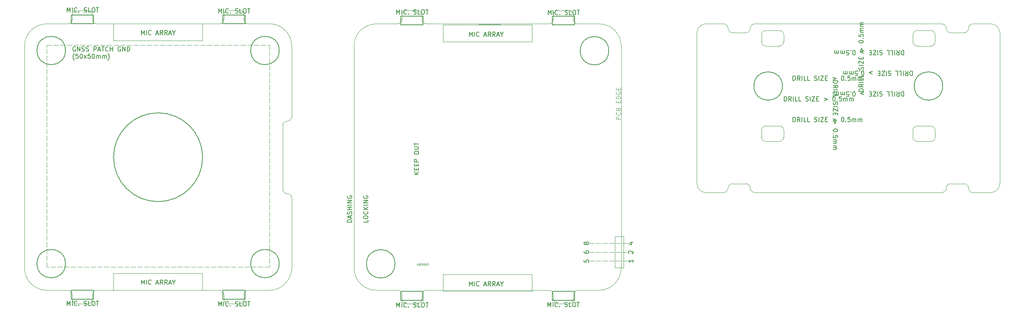
<source format=gbr>
%TF.GenerationSoftware,KiCad,Pcbnew,7.0.2*%
%TF.CreationDate,2023-05-01T18:48:22+02:00*%
%TF.ProjectId,kleinvoet,6b6c6569-6e76-46f6-9574-2e6b69636164,C*%
%TF.SameCoordinates,Original*%
%TF.FileFunction,Other,Comment*%
%FSLAX46Y46*%
G04 Gerber Fmt 4.6, Leading zero omitted, Abs format (unit mm)*
G04 Created by KiCad (PCBNEW 7.0.2) date 2023-05-01 18:48:22*
%MOMM*%
%LPD*%
G01*
G04 APERTURE LIST*
%ADD10C,0.150000*%
%ADD11C,0.100000*%
%ADD12C,0.070000*%
%ADD13C,0.050000*%
%ADD14C,0.200000*%
%TA.AperFunction,Profile*%
%ADD15C,0.050000*%
%TD*%
G04 APERTURE END LIST*
D10*
X113500000Y-94250000D02*
X113500000Y-92250000D01*
X68500000Y-92000000D02*
X73500000Y-92000000D01*
X68500000Y-94000000D02*
X73500000Y-94000000D01*
X73500000Y-94000000D02*
X73500000Y-92000000D01*
X68500000Y-92000000D02*
X68500000Y-94000000D01*
X108500000Y-30250000D02*
X108500000Y-32250000D01*
X34500000Y-94000000D02*
X39500000Y-94000000D01*
X113500000Y-32250000D02*
X108500000Y-32250000D01*
D11*
X29000000Y-36765000D02*
X30100000Y-36765000D01*
X30500000Y-36765000D02*
X31600000Y-36765000D01*
X32000000Y-36765000D02*
X33100000Y-36765000D01*
X33500000Y-36765000D02*
X34600000Y-36765000D01*
X35000000Y-36765000D02*
X36100000Y-36765000D01*
X36500000Y-36765000D02*
X37600000Y-36765000D01*
X38000000Y-36765000D02*
X39100000Y-36765000D01*
X39500000Y-36765000D02*
X40600000Y-36765000D01*
X41000000Y-36765000D02*
X42100000Y-36765000D01*
X42500000Y-36765000D02*
X43600000Y-36765000D01*
X44000000Y-36765000D02*
X45100000Y-36765000D01*
X45500000Y-36765000D02*
X46600000Y-36765000D01*
X47000000Y-36765000D02*
X48100000Y-36765000D01*
X48500000Y-36765000D02*
X49600000Y-36765000D01*
X50000000Y-36765000D02*
X51100000Y-36765000D01*
X51500000Y-36765000D02*
X52600000Y-36765000D01*
X53000000Y-36765000D02*
X54100000Y-36765000D01*
X54500000Y-36765000D02*
X55600000Y-36765000D01*
X56000000Y-36765000D02*
X57100000Y-36765000D01*
X57500000Y-36765000D02*
X58600000Y-36765000D01*
X59000000Y-36765000D02*
X60100000Y-36765000D01*
X60500000Y-36765000D02*
X61600000Y-36765000D01*
X62000000Y-36765000D02*
X63100000Y-36765000D01*
X63500000Y-36765000D02*
X64600000Y-36765000D01*
X65000000Y-36765000D02*
X66100000Y-36765000D01*
X66500000Y-36765000D02*
X67600000Y-36765000D01*
X68000000Y-36765000D02*
X69100000Y-36765000D01*
X69500000Y-36765000D02*
X70600000Y-36765000D01*
X71000000Y-36765000D02*
X72100000Y-36765000D01*
X72500000Y-36765000D02*
X73600000Y-36765000D01*
X74000000Y-36765000D02*
X75100000Y-36765000D01*
X75500000Y-36765000D02*
X76600000Y-36765000D01*
X77000000Y-36765000D02*
X78100000Y-36765000D01*
X78500000Y-36765000D02*
X79000000Y-36765000D01*
X79000000Y-36765000D02*
X79000000Y-37865000D01*
X79000000Y-38265000D02*
X79000000Y-39365000D01*
X79000000Y-39765000D02*
X79000000Y-40865000D01*
X79000000Y-41265000D02*
X79000000Y-42365000D01*
X79000000Y-42765000D02*
X79000000Y-43865000D01*
X79000000Y-44265000D02*
X79000000Y-45365000D01*
X79000000Y-45765000D02*
X79000000Y-46865000D01*
X79000000Y-47265000D02*
X79000000Y-48365000D01*
X79000000Y-48765000D02*
X79000000Y-49865000D01*
X79000000Y-50265000D02*
X79000000Y-51365000D01*
X79000000Y-51765000D02*
X79000000Y-52865000D01*
X79000000Y-53265000D02*
X79000000Y-54365000D01*
X79000000Y-54765000D02*
X79000000Y-55865000D01*
X79000000Y-56265000D02*
X79000000Y-57365000D01*
X79000000Y-57765000D02*
X79000000Y-58865000D01*
X79000000Y-59265000D02*
X79000000Y-60365000D01*
X79000000Y-60765000D02*
X79000000Y-61865000D01*
X79000000Y-62265000D02*
X79000000Y-63365000D01*
X79000000Y-63765000D02*
X79000000Y-64865000D01*
X79000000Y-65265000D02*
X79000000Y-66365000D01*
X79000000Y-66765000D02*
X79000000Y-67865000D01*
X79000000Y-68265000D02*
X79000000Y-69365000D01*
X79000000Y-69765000D02*
X79000000Y-70865000D01*
X79000000Y-71265000D02*
X79000000Y-72365000D01*
X79000000Y-72765000D02*
X79000000Y-73865000D01*
X79000000Y-74265000D02*
X79000000Y-75365000D01*
X79000000Y-75765000D02*
X79000000Y-76865000D01*
X79000000Y-77265000D02*
X79000000Y-78365000D01*
X79000000Y-78765000D02*
X79000000Y-79865000D01*
X79000000Y-80265000D02*
X79000000Y-81365000D01*
X79000000Y-81765000D02*
X79000000Y-82865000D01*
X79000000Y-83265000D02*
X79000000Y-84365000D01*
X79000000Y-84765000D02*
X79000000Y-85865000D01*
X79000000Y-86265000D02*
X79000000Y-86765000D01*
X79000000Y-86765000D02*
X77900000Y-86765000D01*
X77500000Y-86765000D02*
X76400000Y-86765000D01*
X76000000Y-86765000D02*
X74900000Y-86765000D01*
X74500000Y-86765000D02*
X73400000Y-86765000D01*
X73000000Y-86765000D02*
X71900000Y-86765000D01*
X71500000Y-86765000D02*
X70400000Y-86765000D01*
X70000000Y-86765000D02*
X68900000Y-86765000D01*
X68500000Y-86765000D02*
X67400000Y-86765000D01*
X67000000Y-86765000D02*
X65900000Y-86765000D01*
X65500000Y-86765000D02*
X64400000Y-86765000D01*
X64000000Y-86765000D02*
X62900000Y-86765000D01*
X62500000Y-86765000D02*
X61400000Y-86765000D01*
X61000000Y-86765000D02*
X59900000Y-86765000D01*
X59500000Y-86765000D02*
X58400000Y-86765000D01*
X58000000Y-86765000D02*
X56900000Y-86765000D01*
X56500000Y-86765000D02*
X55400000Y-86765000D01*
X55000000Y-86765000D02*
X53900000Y-86765000D01*
X53500000Y-86765000D02*
X52400000Y-86765000D01*
X52000000Y-86765000D02*
X50900000Y-86765000D01*
X50500000Y-86765000D02*
X49400000Y-86765000D01*
X49000000Y-86765000D02*
X47900000Y-86765000D01*
X47500000Y-86765000D02*
X46400000Y-86765000D01*
X46000000Y-86765000D02*
X44900000Y-86765000D01*
X44500000Y-86765000D02*
X43400000Y-86765000D01*
X43000000Y-86765000D02*
X41900000Y-86765000D01*
X41500000Y-86765000D02*
X40400000Y-86765000D01*
X40000000Y-86765000D02*
X38900000Y-86765000D01*
X38500000Y-86765000D02*
X37400000Y-86765000D01*
X37000000Y-86765000D02*
X35900000Y-86765000D01*
X35500000Y-86765000D02*
X34400000Y-86765000D01*
X34000000Y-86765000D02*
X32900000Y-86765000D01*
X32500000Y-86765000D02*
X31400000Y-86765000D01*
X31000000Y-86765000D02*
X29900000Y-86765000D01*
X29500000Y-86765000D02*
X29000000Y-86765000D01*
X29000000Y-86765000D02*
X29000000Y-85665000D01*
X29000000Y-85265000D02*
X29000000Y-84165000D01*
X29000000Y-83765000D02*
X29000000Y-82665000D01*
X29000000Y-82265000D02*
X29000000Y-81165000D01*
X29000000Y-80765000D02*
X29000000Y-79665000D01*
X29000000Y-79265000D02*
X29000000Y-78165000D01*
X29000000Y-77765000D02*
X29000000Y-76665000D01*
X29000000Y-76265000D02*
X29000000Y-75165000D01*
X29000000Y-74765000D02*
X29000000Y-73665000D01*
X29000000Y-73265000D02*
X29000000Y-72165000D01*
X29000000Y-71765000D02*
X29000000Y-70665000D01*
X29000000Y-70265000D02*
X29000000Y-69165000D01*
X29000000Y-68765000D02*
X29000000Y-67665000D01*
X29000000Y-67265000D02*
X29000000Y-66165000D01*
X29000000Y-65765000D02*
X29000000Y-64665000D01*
X29000000Y-64265000D02*
X29000000Y-63165000D01*
X29000000Y-62765000D02*
X29000000Y-61665000D01*
X29000000Y-61265000D02*
X29000000Y-60165000D01*
X29000000Y-59765000D02*
X29000000Y-58665000D01*
X29000000Y-58265000D02*
X29000000Y-57165000D01*
X29000000Y-56765000D02*
X29000000Y-55665000D01*
X29000000Y-55265000D02*
X29000000Y-54165000D01*
X29000000Y-53765000D02*
X29000000Y-52665000D01*
X29000000Y-52265000D02*
X29000000Y-51165000D01*
X29000000Y-50765000D02*
X29000000Y-49665000D01*
X29000000Y-49265000D02*
X29000000Y-48165000D01*
X29000000Y-47765000D02*
X29000000Y-46665000D01*
X29000000Y-46265000D02*
X29000000Y-45165000D01*
X29000000Y-44765000D02*
X29000000Y-43665000D01*
X29000000Y-43265000D02*
X29000000Y-42165000D01*
X29000000Y-41765000D02*
X29000000Y-40665000D01*
X29000000Y-40265000D02*
X29000000Y-39165000D01*
X29000000Y-38765000D02*
X29000000Y-37665000D01*
X29000000Y-37265000D02*
X29000000Y-36765000D01*
X44000000Y-32000000D02*
X64000000Y-32000000D01*
X64000000Y-35800000D01*
X44000000Y-35800000D01*
X44000000Y-32000000D01*
D10*
X34500000Y-92000000D02*
X39500000Y-92000000D01*
X108500000Y-92250000D02*
X113500000Y-92250000D01*
X39500000Y-30000000D02*
X34500000Y-30000000D01*
D11*
X118000000Y-88450000D02*
X138000000Y-88450000D01*
X138000000Y-92250000D01*
X118000000Y-92250000D01*
X118000000Y-88450000D01*
D10*
X147500000Y-30250000D02*
X142500000Y-30250000D01*
X147500000Y-32250000D02*
X142500000Y-32250000D01*
X73500000Y-30000000D02*
X68500000Y-30000000D01*
X39500000Y-94000000D02*
X39500000Y-92000000D01*
X73500000Y-32000000D02*
X68500000Y-32000000D01*
X34500000Y-30000000D02*
X34500000Y-32000000D01*
X142500000Y-94250000D02*
X147500000Y-94250000D01*
X108500000Y-92250000D02*
X108500000Y-94250000D01*
X73500000Y-32000000D02*
X73500000Y-30000000D01*
X147500000Y-32250000D02*
X147500000Y-30250000D01*
X108500000Y-94250000D02*
X113500000Y-94250000D01*
D11*
X118000000Y-32250000D02*
X138000000Y-32250000D01*
X138000000Y-36050000D01*
X118000000Y-36050000D01*
X118000000Y-32250000D01*
D10*
X142500000Y-30250000D02*
X142500000Y-32250000D01*
X39500000Y-32000000D02*
X34500000Y-32000000D01*
X39500000Y-32000000D02*
X39500000Y-30000000D01*
X130900000Y-32250000D02*
X125900000Y-32250000D01*
X147500000Y-94250000D02*
X147500000Y-92250000D01*
X113500000Y-30250000D02*
X108500000Y-30250000D01*
X34500000Y-92000000D02*
X34500000Y-94000000D01*
X142500000Y-92250000D02*
X147500000Y-92250000D01*
X142500000Y-92250000D02*
X142500000Y-94250000D01*
D11*
X44000000Y-88200000D02*
X64000000Y-88200000D01*
X64000000Y-92000000D01*
X44000000Y-92000000D01*
X44000000Y-88200000D01*
D10*
X113500000Y-32250000D02*
X113500000Y-30250000D01*
X68500000Y-30000000D02*
X68500000Y-32000000D01*
X107573810Y-95812619D02*
X107573810Y-94812619D01*
X107573810Y-94812619D02*
X107907143Y-95526904D01*
X107907143Y-95526904D02*
X108240476Y-94812619D01*
X108240476Y-94812619D02*
X108240476Y-95812619D01*
X108716667Y-95812619D02*
X108716667Y-94812619D01*
X109764285Y-95717380D02*
X109716666Y-95765000D01*
X109716666Y-95765000D02*
X109573809Y-95812619D01*
X109573809Y-95812619D02*
X109478571Y-95812619D01*
X109478571Y-95812619D02*
X109335714Y-95765000D01*
X109335714Y-95765000D02*
X109240476Y-95669761D01*
X109240476Y-95669761D02*
X109192857Y-95574523D01*
X109192857Y-95574523D02*
X109145238Y-95384047D01*
X109145238Y-95384047D02*
X109145238Y-95241190D01*
X109145238Y-95241190D02*
X109192857Y-95050714D01*
X109192857Y-95050714D02*
X109240476Y-94955476D01*
X109240476Y-94955476D02*
X109335714Y-94860238D01*
X109335714Y-94860238D02*
X109478571Y-94812619D01*
X109478571Y-94812619D02*
X109573809Y-94812619D01*
X109573809Y-94812619D02*
X109716666Y-94860238D01*
X109716666Y-94860238D02*
X109764285Y-94907857D01*
X110192857Y-95717380D02*
X110240476Y-95765000D01*
X110240476Y-95765000D02*
X110192857Y-95812619D01*
X110192857Y-95812619D02*
X110145238Y-95765000D01*
X110145238Y-95765000D02*
X110192857Y-95717380D01*
X110192857Y-95717380D02*
X110192857Y-95812619D01*
X111383333Y-95765000D02*
X111526190Y-95812619D01*
X111526190Y-95812619D02*
X111764285Y-95812619D01*
X111764285Y-95812619D02*
X111859523Y-95765000D01*
X111859523Y-95765000D02*
X111907142Y-95717380D01*
X111907142Y-95717380D02*
X111954761Y-95622142D01*
X111954761Y-95622142D02*
X111954761Y-95526904D01*
X111954761Y-95526904D02*
X111907142Y-95431666D01*
X111907142Y-95431666D02*
X111859523Y-95384047D01*
X111859523Y-95384047D02*
X111764285Y-95336428D01*
X111764285Y-95336428D02*
X111573809Y-95288809D01*
X111573809Y-95288809D02*
X111478571Y-95241190D01*
X111478571Y-95241190D02*
X111430952Y-95193571D01*
X111430952Y-95193571D02*
X111383333Y-95098333D01*
X111383333Y-95098333D02*
X111383333Y-95003095D01*
X111383333Y-95003095D02*
X111430952Y-94907857D01*
X111430952Y-94907857D02*
X111478571Y-94860238D01*
X111478571Y-94860238D02*
X111573809Y-94812619D01*
X111573809Y-94812619D02*
X111811904Y-94812619D01*
X111811904Y-94812619D02*
X111954761Y-94860238D01*
X112859523Y-95812619D02*
X112383333Y-95812619D01*
X112383333Y-95812619D02*
X112383333Y-94812619D01*
X113383333Y-94812619D02*
X113573809Y-94812619D01*
X113573809Y-94812619D02*
X113669047Y-94860238D01*
X113669047Y-94860238D02*
X113764285Y-94955476D01*
X113764285Y-94955476D02*
X113811904Y-95145952D01*
X113811904Y-95145952D02*
X113811904Y-95479285D01*
X113811904Y-95479285D02*
X113764285Y-95669761D01*
X113764285Y-95669761D02*
X113669047Y-95765000D01*
X113669047Y-95765000D02*
X113573809Y-95812619D01*
X113573809Y-95812619D02*
X113383333Y-95812619D01*
X113383333Y-95812619D02*
X113288095Y-95765000D01*
X113288095Y-95765000D02*
X113192857Y-95669761D01*
X113192857Y-95669761D02*
X113145238Y-95479285D01*
X113145238Y-95479285D02*
X113145238Y-95145952D01*
X113145238Y-95145952D02*
X113192857Y-94955476D01*
X113192857Y-94955476D02*
X113288095Y-94860238D01*
X113288095Y-94860238D02*
X113383333Y-94812619D01*
X114097619Y-94812619D02*
X114669047Y-94812619D01*
X114383333Y-95812619D02*
X114383333Y-94812619D01*
X67573810Y-95562619D02*
X67573810Y-94562619D01*
X67573810Y-94562619D02*
X67907143Y-95276904D01*
X67907143Y-95276904D02*
X68240476Y-94562619D01*
X68240476Y-94562619D02*
X68240476Y-95562619D01*
X68716667Y-95562619D02*
X68716667Y-94562619D01*
X69764285Y-95467380D02*
X69716666Y-95515000D01*
X69716666Y-95515000D02*
X69573809Y-95562619D01*
X69573809Y-95562619D02*
X69478571Y-95562619D01*
X69478571Y-95562619D02*
X69335714Y-95515000D01*
X69335714Y-95515000D02*
X69240476Y-95419761D01*
X69240476Y-95419761D02*
X69192857Y-95324523D01*
X69192857Y-95324523D02*
X69145238Y-95134047D01*
X69145238Y-95134047D02*
X69145238Y-94991190D01*
X69145238Y-94991190D02*
X69192857Y-94800714D01*
X69192857Y-94800714D02*
X69240476Y-94705476D01*
X69240476Y-94705476D02*
X69335714Y-94610238D01*
X69335714Y-94610238D02*
X69478571Y-94562619D01*
X69478571Y-94562619D02*
X69573809Y-94562619D01*
X69573809Y-94562619D02*
X69716666Y-94610238D01*
X69716666Y-94610238D02*
X69764285Y-94657857D01*
X70192857Y-95467380D02*
X70240476Y-95515000D01*
X70240476Y-95515000D02*
X70192857Y-95562619D01*
X70192857Y-95562619D02*
X70145238Y-95515000D01*
X70145238Y-95515000D02*
X70192857Y-95467380D01*
X70192857Y-95467380D02*
X70192857Y-95562619D01*
X71383333Y-95515000D02*
X71526190Y-95562619D01*
X71526190Y-95562619D02*
X71764285Y-95562619D01*
X71764285Y-95562619D02*
X71859523Y-95515000D01*
X71859523Y-95515000D02*
X71907142Y-95467380D01*
X71907142Y-95467380D02*
X71954761Y-95372142D01*
X71954761Y-95372142D02*
X71954761Y-95276904D01*
X71954761Y-95276904D02*
X71907142Y-95181666D01*
X71907142Y-95181666D02*
X71859523Y-95134047D01*
X71859523Y-95134047D02*
X71764285Y-95086428D01*
X71764285Y-95086428D02*
X71573809Y-95038809D01*
X71573809Y-95038809D02*
X71478571Y-94991190D01*
X71478571Y-94991190D02*
X71430952Y-94943571D01*
X71430952Y-94943571D02*
X71383333Y-94848333D01*
X71383333Y-94848333D02*
X71383333Y-94753095D01*
X71383333Y-94753095D02*
X71430952Y-94657857D01*
X71430952Y-94657857D02*
X71478571Y-94610238D01*
X71478571Y-94610238D02*
X71573809Y-94562619D01*
X71573809Y-94562619D02*
X71811904Y-94562619D01*
X71811904Y-94562619D02*
X71954761Y-94610238D01*
X72859523Y-95562619D02*
X72383333Y-95562619D01*
X72383333Y-95562619D02*
X72383333Y-94562619D01*
X73383333Y-94562619D02*
X73573809Y-94562619D01*
X73573809Y-94562619D02*
X73669047Y-94610238D01*
X73669047Y-94610238D02*
X73764285Y-94705476D01*
X73764285Y-94705476D02*
X73811904Y-94895952D01*
X73811904Y-94895952D02*
X73811904Y-95229285D01*
X73811904Y-95229285D02*
X73764285Y-95419761D01*
X73764285Y-95419761D02*
X73669047Y-95515000D01*
X73669047Y-95515000D02*
X73573809Y-95562619D01*
X73573809Y-95562619D02*
X73383333Y-95562619D01*
X73383333Y-95562619D02*
X73288095Y-95515000D01*
X73288095Y-95515000D02*
X73192857Y-95419761D01*
X73192857Y-95419761D02*
X73145238Y-95229285D01*
X73145238Y-95229285D02*
X73145238Y-94895952D01*
X73145238Y-94895952D02*
X73192857Y-94705476D01*
X73192857Y-94705476D02*
X73288095Y-94610238D01*
X73288095Y-94610238D02*
X73383333Y-94562619D01*
X74097619Y-94562619D02*
X74669047Y-94562619D01*
X74383333Y-95562619D02*
X74383333Y-94562619D01*
X107573810Y-29812619D02*
X107573810Y-28812619D01*
X107573810Y-28812619D02*
X107907143Y-29526904D01*
X107907143Y-29526904D02*
X108240476Y-28812619D01*
X108240476Y-28812619D02*
X108240476Y-29812619D01*
X108716667Y-29812619D02*
X108716667Y-28812619D01*
X109764285Y-29717380D02*
X109716666Y-29765000D01*
X109716666Y-29765000D02*
X109573809Y-29812619D01*
X109573809Y-29812619D02*
X109478571Y-29812619D01*
X109478571Y-29812619D02*
X109335714Y-29765000D01*
X109335714Y-29765000D02*
X109240476Y-29669761D01*
X109240476Y-29669761D02*
X109192857Y-29574523D01*
X109192857Y-29574523D02*
X109145238Y-29384047D01*
X109145238Y-29384047D02*
X109145238Y-29241190D01*
X109145238Y-29241190D02*
X109192857Y-29050714D01*
X109192857Y-29050714D02*
X109240476Y-28955476D01*
X109240476Y-28955476D02*
X109335714Y-28860238D01*
X109335714Y-28860238D02*
X109478571Y-28812619D01*
X109478571Y-28812619D02*
X109573809Y-28812619D01*
X109573809Y-28812619D02*
X109716666Y-28860238D01*
X109716666Y-28860238D02*
X109764285Y-28907857D01*
X110192857Y-29717380D02*
X110240476Y-29765000D01*
X110240476Y-29765000D02*
X110192857Y-29812619D01*
X110192857Y-29812619D02*
X110145238Y-29765000D01*
X110145238Y-29765000D02*
X110192857Y-29717380D01*
X110192857Y-29717380D02*
X110192857Y-29812619D01*
X111383333Y-29765000D02*
X111526190Y-29812619D01*
X111526190Y-29812619D02*
X111764285Y-29812619D01*
X111764285Y-29812619D02*
X111859523Y-29765000D01*
X111859523Y-29765000D02*
X111907142Y-29717380D01*
X111907142Y-29717380D02*
X111954761Y-29622142D01*
X111954761Y-29622142D02*
X111954761Y-29526904D01*
X111954761Y-29526904D02*
X111907142Y-29431666D01*
X111907142Y-29431666D02*
X111859523Y-29384047D01*
X111859523Y-29384047D02*
X111764285Y-29336428D01*
X111764285Y-29336428D02*
X111573809Y-29288809D01*
X111573809Y-29288809D02*
X111478571Y-29241190D01*
X111478571Y-29241190D02*
X111430952Y-29193571D01*
X111430952Y-29193571D02*
X111383333Y-29098333D01*
X111383333Y-29098333D02*
X111383333Y-29003095D01*
X111383333Y-29003095D02*
X111430952Y-28907857D01*
X111430952Y-28907857D02*
X111478571Y-28860238D01*
X111478571Y-28860238D02*
X111573809Y-28812619D01*
X111573809Y-28812619D02*
X111811904Y-28812619D01*
X111811904Y-28812619D02*
X111954761Y-28860238D01*
X112859523Y-29812619D02*
X112383333Y-29812619D01*
X112383333Y-29812619D02*
X112383333Y-28812619D01*
X113383333Y-28812619D02*
X113573809Y-28812619D01*
X113573809Y-28812619D02*
X113669047Y-28860238D01*
X113669047Y-28860238D02*
X113764285Y-28955476D01*
X113764285Y-28955476D02*
X113811904Y-29145952D01*
X113811904Y-29145952D02*
X113811904Y-29479285D01*
X113811904Y-29479285D02*
X113764285Y-29669761D01*
X113764285Y-29669761D02*
X113669047Y-29765000D01*
X113669047Y-29765000D02*
X113573809Y-29812619D01*
X113573809Y-29812619D02*
X113383333Y-29812619D01*
X113383333Y-29812619D02*
X113288095Y-29765000D01*
X113288095Y-29765000D02*
X113192857Y-29669761D01*
X113192857Y-29669761D02*
X113145238Y-29479285D01*
X113145238Y-29479285D02*
X113145238Y-29145952D01*
X113145238Y-29145952D02*
X113192857Y-28955476D01*
X113192857Y-28955476D02*
X113288095Y-28860238D01*
X113288095Y-28860238D02*
X113383333Y-28812619D01*
X114097619Y-28812619D02*
X114669047Y-28812619D01*
X114383333Y-29812619D02*
X114383333Y-28812619D01*
X141523810Y-95712619D02*
X141523810Y-94712619D01*
X141523810Y-94712619D02*
X141857143Y-95426904D01*
X141857143Y-95426904D02*
X142190476Y-94712619D01*
X142190476Y-94712619D02*
X142190476Y-95712619D01*
X142666667Y-95712619D02*
X142666667Y-94712619D01*
X143714285Y-95617380D02*
X143666666Y-95665000D01*
X143666666Y-95665000D02*
X143523809Y-95712619D01*
X143523809Y-95712619D02*
X143428571Y-95712619D01*
X143428571Y-95712619D02*
X143285714Y-95665000D01*
X143285714Y-95665000D02*
X143190476Y-95569761D01*
X143190476Y-95569761D02*
X143142857Y-95474523D01*
X143142857Y-95474523D02*
X143095238Y-95284047D01*
X143095238Y-95284047D02*
X143095238Y-95141190D01*
X143095238Y-95141190D02*
X143142857Y-94950714D01*
X143142857Y-94950714D02*
X143190476Y-94855476D01*
X143190476Y-94855476D02*
X143285714Y-94760238D01*
X143285714Y-94760238D02*
X143428571Y-94712619D01*
X143428571Y-94712619D02*
X143523809Y-94712619D01*
X143523809Y-94712619D02*
X143666666Y-94760238D01*
X143666666Y-94760238D02*
X143714285Y-94807857D01*
X144142857Y-95617380D02*
X144190476Y-95665000D01*
X144190476Y-95665000D02*
X144142857Y-95712619D01*
X144142857Y-95712619D02*
X144095238Y-95665000D01*
X144095238Y-95665000D02*
X144142857Y-95617380D01*
X144142857Y-95617380D02*
X144142857Y-95712619D01*
X145333333Y-95665000D02*
X145476190Y-95712619D01*
X145476190Y-95712619D02*
X145714285Y-95712619D01*
X145714285Y-95712619D02*
X145809523Y-95665000D01*
X145809523Y-95665000D02*
X145857142Y-95617380D01*
X145857142Y-95617380D02*
X145904761Y-95522142D01*
X145904761Y-95522142D02*
X145904761Y-95426904D01*
X145904761Y-95426904D02*
X145857142Y-95331666D01*
X145857142Y-95331666D02*
X145809523Y-95284047D01*
X145809523Y-95284047D02*
X145714285Y-95236428D01*
X145714285Y-95236428D02*
X145523809Y-95188809D01*
X145523809Y-95188809D02*
X145428571Y-95141190D01*
X145428571Y-95141190D02*
X145380952Y-95093571D01*
X145380952Y-95093571D02*
X145333333Y-94998333D01*
X145333333Y-94998333D02*
X145333333Y-94903095D01*
X145333333Y-94903095D02*
X145380952Y-94807857D01*
X145380952Y-94807857D02*
X145428571Y-94760238D01*
X145428571Y-94760238D02*
X145523809Y-94712619D01*
X145523809Y-94712619D02*
X145761904Y-94712619D01*
X145761904Y-94712619D02*
X145904761Y-94760238D01*
X146809523Y-95712619D02*
X146333333Y-95712619D01*
X146333333Y-95712619D02*
X146333333Y-94712619D01*
X147333333Y-94712619D02*
X147523809Y-94712619D01*
X147523809Y-94712619D02*
X147619047Y-94760238D01*
X147619047Y-94760238D02*
X147714285Y-94855476D01*
X147714285Y-94855476D02*
X147761904Y-95045952D01*
X147761904Y-95045952D02*
X147761904Y-95379285D01*
X147761904Y-95379285D02*
X147714285Y-95569761D01*
X147714285Y-95569761D02*
X147619047Y-95665000D01*
X147619047Y-95665000D02*
X147523809Y-95712619D01*
X147523809Y-95712619D02*
X147333333Y-95712619D01*
X147333333Y-95712619D02*
X147238095Y-95665000D01*
X147238095Y-95665000D02*
X147142857Y-95569761D01*
X147142857Y-95569761D02*
X147095238Y-95379285D01*
X147095238Y-95379285D02*
X147095238Y-95045952D01*
X147095238Y-95045952D02*
X147142857Y-94855476D01*
X147142857Y-94855476D02*
X147238095Y-94760238D01*
X147238095Y-94760238D02*
X147333333Y-94712619D01*
X148047619Y-94712619D02*
X148619047Y-94712619D01*
X148333333Y-95712619D02*
X148333333Y-94712619D01*
X67573810Y-29562619D02*
X67573810Y-28562619D01*
X67573810Y-28562619D02*
X67907143Y-29276904D01*
X67907143Y-29276904D02*
X68240476Y-28562619D01*
X68240476Y-28562619D02*
X68240476Y-29562619D01*
X68716667Y-29562619D02*
X68716667Y-28562619D01*
X69764285Y-29467380D02*
X69716666Y-29515000D01*
X69716666Y-29515000D02*
X69573809Y-29562619D01*
X69573809Y-29562619D02*
X69478571Y-29562619D01*
X69478571Y-29562619D02*
X69335714Y-29515000D01*
X69335714Y-29515000D02*
X69240476Y-29419761D01*
X69240476Y-29419761D02*
X69192857Y-29324523D01*
X69192857Y-29324523D02*
X69145238Y-29134047D01*
X69145238Y-29134047D02*
X69145238Y-28991190D01*
X69145238Y-28991190D02*
X69192857Y-28800714D01*
X69192857Y-28800714D02*
X69240476Y-28705476D01*
X69240476Y-28705476D02*
X69335714Y-28610238D01*
X69335714Y-28610238D02*
X69478571Y-28562619D01*
X69478571Y-28562619D02*
X69573809Y-28562619D01*
X69573809Y-28562619D02*
X69716666Y-28610238D01*
X69716666Y-28610238D02*
X69764285Y-28657857D01*
X70192857Y-29467380D02*
X70240476Y-29515000D01*
X70240476Y-29515000D02*
X70192857Y-29562619D01*
X70192857Y-29562619D02*
X70145238Y-29515000D01*
X70145238Y-29515000D02*
X70192857Y-29467380D01*
X70192857Y-29467380D02*
X70192857Y-29562619D01*
X71383333Y-29515000D02*
X71526190Y-29562619D01*
X71526190Y-29562619D02*
X71764285Y-29562619D01*
X71764285Y-29562619D02*
X71859523Y-29515000D01*
X71859523Y-29515000D02*
X71907142Y-29467380D01*
X71907142Y-29467380D02*
X71954761Y-29372142D01*
X71954761Y-29372142D02*
X71954761Y-29276904D01*
X71954761Y-29276904D02*
X71907142Y-29181666D01*
X71907142Y-29181666D02*
X71859523Y-29134047D01*
X71859523Y-29134047D02*
X71764285Y-29086428D01*
X71764285Y-29086428D02*
X71573809Y-29038809D01*
X71573809Y-29038809D02*
X71478571Y-28991190D01*
X71478571Y-28991190D02*
X71430952Y-28943571D01*
X71430952Y-28943571D02*
X71383333Y-28848333D01*
X71383333Y-28848333D02*
X71383333Y-28753095D01*
X71383333Y-28753095D02*
X71430952Y-28657857D01*
X71430952Y-28657857D02*
X71478571Y-28610238D01*
X71478571Y-28610238D02*
X71573809Y-28562619D01*
X71573809Y-28562619D02*
X71811904Y-28562619D01*
X71811904Y-28562619D02*
X71954761Y-28610238D01*
X72859523Y-29562619D02*
X72383333Y-29562619D01*
X72383333Y-29562619D02*
X72383333Y-28562619D01*
X73383333Y-28562619D02*
X73573809Y-28562619D01*
X73573809Y-28562619D02*
X73669047Y-28610238D01*
X73669047Y-28610238D02*
X73764285Y-28705476D01*
X73764285Y-28705476D02*
X73811904Y-28895952D01*
X73811904Y-28895952D02*
X73811904Y-29229285D01*
X73811904Y-29229285D02*
X73764285Y-29419761D01*
X73764285Y-29419761D02*
X73669047Y-29515000D01*
X73669047Y-29515000D02*
X73573809Y-29562619D01*
X73573809Y-29562619D02*
X73383333Y-29562619D01*
X73383333Y-29562619D02*
X73288095Y-29515000D01*
X73288095Y-29515000D02*
X73192857Y-29419761D01*
X73192857Y-29419761D02*
X73145238Y-29229285D01*
X73145238Y-29229285D02*
X73145238Y-28895952D01*
X73145238Y-28895952D02*
X73192857Y-28705476D01*
X73192857Y-28705476D02*
X73288095Y-28610238D01*
X73288095Y-28610238D02*
X73383333Y-28562619D01*
X74097619Y-28562619D02*
X74669047Y-28562619D01*
X74383333Y-29562619D02*
X74383333Y-28562619D01*
X33573810Y-29362619D02*
X33573810Y-28362619D01*
X33573810Y-28362619D02*
X33907143Y-29076904D01*
X33907143Y-29076904D02*
X34240476Y-28362619D01*
X34240476Y-28362619D02*
X34240476Y-29362619D01*
X34716667Y-29362619D02*
X34716667Y-28362619D01*
X35764285Y-29267380D02*
X35716666Y-29315000D01*
X35716666Y-29315000D02*
X35573809Y-29362619D01*
X35573809Y-29362619D02*
X35478571Y-29362619D01*
X35478571Y-29362619D02*
X35335714Y-29315000D01*
X35335714Y-29315000D02*
X35240476Y-29219761D01*
X35240476Y-29219761D02*
X35192857Y-29124523D01*
X35192857Y-29124523D02*
X35145238Y-28934047D01*
X35145238Y-28934047D02*
X35145238Y-28791190D01*
X35145238Y-28791190D02*
X35192857Y-28600714D01*
X35192857Y-28600714D02*
X35240476Y-28505476D01*
X35240476Y-28505476D02*
X35335714Y-28410238D01*
X35335714Y-28410238D02*
X35478571Y-28362619D01*
X35478571Y-28362619D02*
X35573809Y-28362619D01*
X35573809Y-28362619D02*
X35716666Y-28410238D01*
X35716666Y-28410238D02*
X35764285Y-28457857D01*
X36192857Y-29267380D02*
X36240476Y-29315000D01*
X36240476Y-29315000D02*
X36192857Y-29362619D01*
X36192857Y-29362619D02*
X36145238Y-29315000D01*
X36145238Y-29315000D02*
X36192857Y-29267380D01*
X36192857Y-29267380D02*
X36192857Y-29362619D01*
X37383333Y-29315000D02*
X37526190Y-29362619D01*
X37526190Y-29362619D02*
X37764285Y-29362619D01*
X37764285Y-29362619D02*
X37859523Y-29315000D01*
X37859523Y-29315000D02*
X37907142Y-29267380D01*
X37907142Y-29267380D02*
X37954761Y-29172142D01*
X37954761Y-29172142D02*
X37954761Y-29076904D01*
X37954761Y-29076904D02*
X37907142Y-28981666D01*
X37907142Y-28981666D02*
X37859523Y-28934047D01*
X37859523Y-28934047D02*
X37764285Y-28886428D01*
X37764285Y-28886428D02*
X37573809Y-28838809D01*
X37573809Y-28838809D02*
X37478571Y-28791190D01*
X37478571Y-28791190D02*
X37430952Y-28743571D01*
X37430952Y-28743571D02*
X37383333Y-28648333D01*
X37383333Y-28648333D02*
X37383333Y-28553095D01*
X37383333Y-28553095D02*
X37430952Y-28457857D01*
X37430952Y-28457857D02*
X37478571Y-28410238D01*
X37478571Y-28410238D02*
X37573809Y-28362619D01*
X37573809Y-28362619D02*
X37811904Y-28362619D01*
X37811904Y-28362619D02*
X37954761Y-28410238D01*
X38859523Y-29362619D02*
X38383333Y-29362619D01*
X38383333Y-29362619D02*
X38383333Y-28362619D01*
X39383333Y-28362619D02*
X39573809Y-28362619D01*
X39573809Y-28362619D02*
X39669047Y-28410238D01*
X39669047Y-28410238D02*
X39764285Y-28505476D01*
X39764285Y-28505476D02*
X39811904Y-28695952D01*
X39811904Y-28695952D02*
X39811904Y-29029285D01*
X39811904Y-29029285D02*
X39764285Y-29219761D01*
X39764285Y-29219761D02*
X39669047Y-29315000D01*
X39669047Y-29315000D02*
X39573809Y-29362619D01*
X39573809Y-29362619D02*
X39383333Y-29362619D01*
X39383333Y-29362619D02*
X39288095Y-29315000D01*
X39288095Y-29315000D02*
X39192857Y-29219761D01*
X39192857Y-29219761D02*
X39145238Y-29029285D01*
X39145238Y-29029285D02*
X39145238Y-28695952D01*
X39145238Y-28695952D02*
X39192857Y-28505476D01*
X39192857Y-28505476D02*
X39288095Y-28410238D01*
X39288095Y-28410238D02*
X39383333Y-28362619D01*
X40097619Y-28362619D02*
X40669047Y-28362619D01*
X40383333Y-29362619D02*
X40383333Y-28362619D01*
X35411904Y-37205238D02*
X35316666Y-37157619D01*
X35316666Y-37157619D02*
X35173809Y-37157619D01*
X35173809Y-37157619D02*
X35030952Y-37205238D01*
X35030952Y-37205238D02*
X34935714Y-37300476D01*
X34935714Y-37300476D02*
X34888095Y-37395714D01*
X34888095Y-37395714D02*
X34840476Y-37586190D01*
X34840476Y-37586190D02*
X34840476Y-37729047D01*
X34840476Y-37729047D02*
X34888095Y-37919523D01*
X34888095Y-37919523D02*
X34935714Y-38014761D01*
X34935714Y-38014761D02*
X35030952Y-38110000D01*
X35030952Y-38110000D02*
X35173809Y-38157619D01*
X35173809Y-38157619D02*
X35269047Y-38157619D01*
X35269047Y-38157619D02*
X35411904Y-38110000D01*
X35411904Y-38110000D02*
X35459523Y-38062380D01*
X35459523Y-38062380D02*
X35459523Y-37729047D01*
X35459523Y-37729047D02*
X35269047Y-37729047D01*
X35888095Y-38157619D02*
X35888095Y-37157619D01*
X35888095Y-37157619D02*
X36459523Y-38157619D01*
X36459523Y-38157619D02*
X36459523Y-37157619D01*
X36888095Y-38110000D02*
X37030952Y-38157619D01*
X37030952Y-38157619D02*
X37269047Y-38157619D01*
X37269047Y-38157619D02*
X37364285Y-38110000D01*
X37364285Y-38110000D02*
X37411904Y-38062380D01*
X37411904Y-38062380D02*
X37459523Y-37967142D01*
X37459523Y-37967142D02*
X37459523Y-37871904D01*
X37459523Y-37871904D02*
X37411904Y-37776666D01*
X37411904Y-37776666D02*
X37364285Y-37729047D01*
X37364285Y-37729047D02*
X37269047Y-37681428D01*
X37269047Y-37681428D02*
X37078571Y-37633809D01*
X37078571Y-37633809D02*
X36983333Y-37586190D01*
X36983333Y-37586190D02*
X36935714Y-37538571D01*
X36935714Y-37538571D02*
X36888095Y-37443333D01*
X36888095Y-37443333D02*
X36888095Y-37348095D01*
X36888095Y-37348095D02*
X36935714Y-37252857D01*
X36935714Y-37252857D02*
X36983333Y-37205238D01*
X36983333Y-37205238D02*
X37078571Y-37157619D01*
X37078571Y-37157619D02*
X37316666Y-37157619D01*
X37316666Y-37157619D02*
X37459523Y-37205238D01*
X37840476Y-38110000D02*
X37983333Y-38157619D01*
X37983333Y-38157619D02*
X38221428Y-38157619D01*
X38221428Y-38157619D02*
X38316666Y-38110000D01*
X38316666Y-38110000D02*
X38364285Y-38062380D01*
X38364285Y-38062380D02*
X38411904Y-37967142D01*
X38411904Y-37967142D02*
X38411904Y-37871904D01*
X38411904Y-37871904D02*
X38364285Y-37776666D01*
X38364285Y-37776666D02*
X38316666Y-37729047D01*
X38316666Y-37729047D02*
X38221428Y-37681428D01*
X38221428Y-37681428D02*
X38030952Y-37633809D01*
X38030952Y-37633809D02*
X37935714Y-37586190D01*
X37935714Y-37586190D02*
X37888095Y-37538571D01*
X37888095Y-37538571D02*
X37840476Y-37443333D01*
X37840476Y-37443333D02*
X37840476Y-37348095D01*
X37840476Y-37348095D02*
X37888095Y-37252857D01*
X37888095Y-37252857D02*
X37935714Y-37205238D01*
X37935714Y-37205238D02*
X38030952Y-37157619D01*
X38030952Y-37157619D02*
X38269047Y-37157619D01*
X38269047Y-37157619D02*
X38411904Y-37205238D01*
X39602381Y-38157619D02*
X39602381Y-37157619D01*
X39602381Y-37157619D02*
X39983333Y-37157619D01*
X39983333Y-37157619D02*
X40078571Y-37205238D01*
X40078571Y-37205238D02*
X40126190Y-37252857D01*
X40126190Y-37252857D02*
X40173809Y-37348095D01*
X40173809Y-37348095D02*
X40173809Y-37490952D01*
X40173809Y-37490952D02*
X40126190Y-37586190D01*
X40126190Y-37586190D02*
X40078571Y-37633809D01*
X40078571Y-37633809D02*
X39983333Y-37681428D01*
X39983333Y-37681428D02*
X39602381Y-37681428D01*
X40554762Y-37871904D02*
X41030952Y-37871904D01*
X40459524Y-38157619D02*
X40792857Y-37157619D01*
X40792857Y-37157619D02*
X41126190Y-38157619D01*
X41316667Y-37157619D02*
X41888095Y-37157619D01*
X41602381Y-38157619D02*
X41602381Y-37157619D01*
X42792857Y-38062380D02*
X42745238Y-38110000D01*
X42745238Y-38110000D02*
X42602381Y-38157619D01*
X42602381Y-38157619D02*
X42507143Y-38157619D01*
X42507143Y-38157619D02*
X42364286Y-38110000D01*
X42364286Y-38110000D02*
X42269048Y-38014761D01*
X42269048Y-38014761D02*
X42221429Y-37919523D01*
X42221429Y-37919523D02*
X42173810Y-37729047D01*
X42173810Y-37729047D02*
X42173810Y-37586190D01*
X42173810Y-37586190D02*
X42221429Y-37395714D01*
X42221429Y-37395714D02*
X42269048Y-37300476D01*
X42269048Y-37300476D02*
X42364286Y-37205238D01*
X42364286Y-37205238D02*
X42507143Y-37157619D01*
X42507143Y-37157619D02*
X42602381Y-37157619D01*
X42602381Y-37157619D02*
X42745238Y-37205238D01*
X42745238Y-37205238D02*
X42792857Y-37252857D01*
X43221429Y-38157619D02*
X43221429Y-37157619D01*
X43221429Y-37633809D02*
X43792857Y-37633809D01*
X43792857Y-38157619D02*
X43792857Y-37157619D01*
X45554762Y-37205238D02*
X45459524Y-37157619D01*
X45459524Y-37157619D02*
X45316667Y-37157619D01*
X45316667Y-37157619D02*
X45173810Y-37205238D01*
X45173810Y-37205238D02*
X45078572Y-37300476D01*
X45078572Y-37300476D02*
X45030953Y-37395714D01*
X45030953Y-37395714D02*
X44983334Y-37586190D01*
X44983334Y-37586190D02*
X44983334Y-37729047D01*
X44983334Y-37729047D02*
X45030953Y-37919523D01*
X45030953Y-37919523D02*
X45078572Y-38014761D01*
X45078572Y-38014761D02*
X45173810Y-38110000D01*
X45173810Y-38110000D02*
X45316667Y-38157619D01*
X45316667Y-38157619D02*
X45411905Y-38157619D01*
X45411905Y-38157619D02*
X45554762Y-38110000D01*
X45554762Y-38110000D02*
X45602381Y-38062380D01*
X45602381Y-38062380D02*
X45602381Y-37729047D01*
X45602381Y-37729047D02*
X45411905Y-37729047D01*
X46030953Y-38157619D02*
X46030953Y-37157619D01*
X46030953Y-37157619D02*
X46602381Y-38157619D01*
X46602381Y-38157619D02*
X46602381Y-37157619D01*
X47078572Y-38157619D02*
X47078572Y-37157619D01*
X47078572Y-37157619D02*
X47316667Y-37157619D01*
X47316667Y-37157619D02*
X47459524Y-37205238D01*
X47459524Y-37205238D02*
X47554762Y-37300476D01*
X47554762Y-37300476D02*
X47602381Y-37395714D01*
X47602381Y-37395714D02*
X47650000Y-37586190D01*
X47650000Y-37586190D02*
X47650000Y-37729047D01*
X47650000Y-37729047D02*
X47602381Y-37919523D01*
X47602381Y-37919523D02*
X47554762Y-38014761D01*
X47554762Y-38014761D02*
X47459524Y-38110000D01*
X47459524Y-38110000D02*
X47316667Y-38157619D01*
X47316667Y-38157619D02*
X47078572Y-38157619D01*
X35173809Y-40158571D02*
X35126190Y-40110952D01*
X35126190Y-40110952D02*
X35030952Y-39968095D01*
X35030952Y-39968095D02*
X34983333Y-39872857D01*
X34983333Y-39872857D02*
X34935714Y-39730000D01*
X34935714Y-39730000D02*
X34888095Y-39491904D01*
X34888095Y-39491904D02*
X34888095Y-39301428D01*
X34888095Y-39301428D02*
X34935714Y-39063333D01*
X34935714Y-39063333D02*
X34983333Y-38920476D01*
X34983333Y-38920476D02*
X35030952Y-38825238D01*
X35030952Y-38825238D02*
X35126190Y-38682380D01*
X35126190Y-38682380D02*
X35173809Y-38634761D01*
X36030952Y-38777619D02*
X35554762Y-38777619D01*
X35554762Y-38777619D02*
X35507143Y-39253809D01*
X35507143Y-39253809D02*
X35554762Y-39206190D01*
X35554762Y-39206190D02*
X35650000Y-39158571D01*
X35650000Y-39158571D02*
X35888095Y-39158571D01*
X35888095Y-39158571D02*
X35983333Y-39206190D01*
X35983333Y-39206190D02*
X36030952Y-39253809D01*
X36030952Y-39253809D02*
X36078571Y-39349047D01*
X36078571Y-39349047D02*
X36078571Y-39587142D01*
X36078571Y-39587142D02*
X36030952Y-39682380D01*
X36030952Y-39682380D02*
X35983333Y-39730000D01*
X35983333Y-39730000D02*
X35888095Y-39777619D01*
X35888095Y-39777619D02*
X35650000Y-39777619D01*
X35650000Y-39777619D02*
X35554762Y-39730000D01*
X35554762Y-39730000D02*
X35507143Y-39682380D01*
X36697619Y-38777619D02*
X36792857Y-38777619D01*
X36792857Y-38777619D02*
X36888095Y-38825238D01*
X36888095Y-38825238D02*
X36935714Y-38872857D01*
X36935714Y-38872857D02*
X36983333Y-38968095D01*
X36983333Y-38968095D02*
X37030952Y-39158571D01*
X37030952Y-39158571D02*
X37030952Y-39396666D01*
X37030952Y-39396666D02*
X36983333Y-39587142D01*
X36983333Y-39587142D02*
X36935714Y-39682380D01*
X36935714Y-39682380D02*
X36888095Y-39730000D01*
X36888095Y-39730000D02*
X36792857Y-39777619D01*
X36792857Y-39777619D02*
X36697619Y-39777619D01*
X36697619Y-39777619D02*
X36602381Y-39730000D01*
X36602381Y-39730000D02*
X36554762Y-39682380D01*
X36554762Y-39682380D02*
X36507143Y-39587142D01*
X36507143Y-39587142D02*
X36459524Y-39396666D01*
X36459524Y-39396666D02*
X36459524Y-39158571D01*
X36459524Y-39158571D02*
X36507143Y-38968095D01*
X36507143Y-38968095D02*
X36554762Y-38872857D01*
X36554762Y-38872857D02*
X36602381Y-38825238D01*
X36602381Y-38825238D02*
X36697619Y-38777619D01*
X37364286Y-39777619D02*
X37888095Y-39110952D01*
X37364286Y-39110952D02*
X37888095Y-39777619D01*
X38745238Y-38777619D02*
X38269048Y-38777619D01*
X38269048Y-38777619D02*
X38221429Y-39253809D01*
X38221429Y-39253809D02*
X38269048Y-39206190D01*
X38269048Y-39206190D02*
X38364286Y-39158571D01*
X38364286Y-39158571D02*
X38602381Y-39158571D01*
X38602381Y-39158571D02*
X38697619Y-39206190D01*
X38697619Y-39206190D02*
X38745238Y-39253809D01*
X38745238Y-39253809D02*
X38792857Y-39349047D01*
X38792857Y-39349047D02*
X38792857Y-39587142D01*
X38792857Y-39587142D02*
X38745238Y-39682380D01*
X38745238Y-39682380D02*
X38697619Y-39730000D01*
X38697619Y-39730000D02*
X38602381Y-39777619D01*
X38602381Y-39777619D02*
X38364286Y-39777619D01*
X38364286Y-39777619D02*
X38269048Y-39730000D01*
X38269048Y-39730000D02*
X38221429Y-39682380D01*
X39411905Y-38777619D02*
X39507143Y-38777619D01*
X39507143Y-38777619D02*
X39602381Y-38825238D01*
X39602381Y-38825238D02*
X39650000Y-38872857D01*
X39650000Y-38872857D02*
X39697619Y-38968095D01*
X39697619Y-38968095D02*
X39745238Y-39158571D01*
X39745238Y-39158571D02*
X39745238Y-39396666D01*
X39745238Y-39396666D02*
X39697619Y-39587142D01*
X39697619Y-39587142D02*
X39650000Y-39682380D01*
X39650000Y-39682380D02*
X39602381Y-39730000D01*
X39602381Y-39730000D02*
X39507143Y-39777619D01*
X39507143Y-39777619D02*
X39411905Y-39777619D01*
X39411905Y-39777619D02*
X39316667Y-39730000D01*
X39316667Y-39730000D02*
X39269048Y-39682380D01*
X39269048Y-39682380D02*
X39221429Y-39587142D01*
X39221429Y-39587142D02*
X39173810Y-39396666D01*
X39173810Y-39396666D02*
X39173810Y-39158571D01*
X39173810Y-39158571D02*
X39221429Y-38968095D01*
X39221429Y-38968095D02*
X39269048Y-38872857D01*
X39269048Y-38872857D02*
X39316667Y-38825238D01*
X39316667Y-38825238D02*
X39411905Y-38777619D01*
X40173810Y-39777619D02*
X40173810Y-39110952D01*
X40173810Y-39206190D02*
X40221429Y-39158571D01*
X40221429Y-39158571D02*
X40316667Y-39110952D01*
X40316667Y-39110952D02*
X40459524Y-39110952D01*
X40459524Y-39110952D02*
X40554762Y-39158571D01*
X40554762Y-39158571D02*
X40602381Y-39253809D01*
X40602381Y-39253809D02*
X40602381Y-39777619D01*
X40602381Y-39253809D02*
X40650000Y-39158571D01*
X40650000Y-39158571D02*
X40745238Y-39110952D01*
X40745238Y-39110952D02*
X40888095Y-39110952D01*
X40888095Y-39110952D02*
X40983334Y-39158571D01*
X40983334Y-39158571D02*
X41030953Y-39253809D01*
X41030953Y-39253809D02*
X41030953Y-39777619D01*
X41507143Y-39777619D02*
X41507143Y-39110952D01*
X41507143Y-39206190D02*
X41554762Y-39158571D01*
X41554762Y-39158571D02*
X41650000Y-39110952D01*
X41650000Y-39110952D02*
X41792857Y-39110952D01*
X41792857Y-39110952D02*
X41888095Y-39158571D01*
X41888095Y-39158571D02*
X41935714Y-39253809D01*
X41935714Y-39253809D02*
X41935714Y-39777619D01*
X41935714Y-39253809D02*
X41983333Y-39158571D01*
X41983333Y-39158571D02*
X42078571Y-39110952D01*
X42078571Y-39110952D02*
X42221428Y-39110952D01*
X42221428Y-39110952D02*
X42316667Y-39158571D01*
X42316667Y-39158571D02*
X42364286Y-39253809D01*
X42364286Y-39253809D02*
X42364286Y-39777619D01*
X42745238Y-40158571D02*
X42792857Y-40110952D01*
X42792857Y-40110952D02*
X42888095Y-39968095D01*
X42888095Y-39968095D02*
X42935714Y-39872857D01*
X42935714Y-39872857D02*
X42983333Y-39730000D01*
X42983333Y-39730000D02*
X43030952Y-39491904D01*
X43030952Y-39491904D02*
X43030952Y-39301428D01*
X43030952Y-39301428D02*
X42983333Y-39063333D01*
X42983333Y-39063333D02*
X42935714Y-38920476D01*
X42935714Y-38920476D02*
X42888095Y-38825238D01*
X42888095Y-38825238D02*
X42792857Y-38682380D01*
X42792857Y-38682380D02*
X42745238Y-38634761D01*
X50255357Y-90665119D02*
X50255357Y-89665119D01*
X50255357Y-89665119D02*
X50588690Y-90379404D01*
X50588690Y-90379404D02*
X50922023Y-89665119D01*
X50922023Y-89665119D02*
X50922023Y-90665119D01*
X51398214Y-90665119D02*
X51398214Y-89665119D01*
X52445832Y-90569880D02*
X52398213Y-90617500D01*
X52398213Y-90617500D02*
X52255356Y-90665119D01*
X52255356Y-90665119D02*
X52160118Y-90665119D01*
X52160118Y-90665119D02*
X52017261Y-90617500D01*
X52017261Y-90617500D02*
X51922023Y-90522261D01*
X51922023Y-90522261D02*
X51874404Y-90427023D01*
X51874404Y-90427023D02*
X51826785Y-90236547D01*
X51826785Y-90236547D02*
X51826785Y-90093690D01*
X51826785Y-90093690D02*
X51874404Y-89903214D01*
X51874404Y-89903214D02*
X51922023Y-89807976D01*
X51922023Y-89807976D02*
X52017261Y-89712738D01*
X52017261Y-89712738D02*
X52160118Y-89665119D01*
X52160118Y-89665119D02*
X52255356Y-89665119D01*
X52255356Y-89665119D02*
X52398213Y-89712738D01*
X52398213Y-89712738D02*
X52445832Y-89760357D01*
X53588690Y-90379404D02*
X54064880Y-90379404D01*
X53493452Y-90665119D02*
X53826785Y-89665119D01*
X53826785Y-89665119D02*
X54160118Y-90665119D01*
X55064880Y-90665119D02*
X54731547Y-90188928D01*
X54493452Y-90665119D02*
X54493452Y-89665119D01*
X54493452Y-89665119D02*
X54874404Y-89665119D01*
X54874404Y-89665119D02*
X54969642Y-89712738D01*
X54969642Y-89712738D02*
X55017261Y-89760357D01*
X55017261Y-89760357D02*
X55064880Y-89855595D01*
X55064880Y-89855595D02*
X55064880Y-89998452D01*
X55064880Y-89998452D02*
X55017261Y-90093690D01*
X55017261Y-90093690D02*
X54969642Y-90141309D01*
X54969642Y-90141309D02*
X54874404Y-90188928D01*
X54874404Y-90188928D02*
X54493452Y-90188928D01*
X56064880Y-90665119D02*
X55731547Y-90188928D01*
X55493452Y-90665119D02*
X55493452Y-89665119D01*
X55493452Y-89665119D02*
X55874404Y-89665119D01*
X55874404Y-89665119D02*
X55969642Y-89712738D01*
X55969642Y-89712738D02*
X56017261Y-89760357D01*
X56017261Y-89760357D02*
X56064880Y-89855595D01*
X56064880Y-89855595D02*
X56064880Y-89998452D01*
X56064880Y-89998452D02*
X56017261Y-90093690D01*
X56017261Y-90093690D02*
X55969642Y-90141309D01*
X55969642Y-90141309D02*
X55874404Y-90188928D01*
X55874404Y-90188928D02*
X55493452Y-90188928D01*
X56445833Y-90379404D02*
X56922023Y-90379404D01*
X56350595Y-90665119D02*
X56683928Y-89665119D01*
X56683928Y-89665119D02*
X57017261Y-90665119D01*
X57541071Y-90188928D02*
X57541071Y-90665119D01*
X57207738Y-89665119D02*
X57541071Y-90188928D01*
X57541071Y-90188928D02*
X57874404Y-89665119D01*
X123888095Y-91027619D02*
X123888095Y-90027619D01*
X123888095Y-90027619D02*
X124221428Y-90741904D01*
X124221428Y-90741904D02*
X124554761Y-90027619D01*
X124554761Y-90027619D02*
X124554761Y-91027619D01*
X125030952Y-91027619D02*
X125030952Y-90027619D01*
X126078570Y-90932380D02*
X126030951Y-90980000D01*
X126030951Y-90980000D02*
X125888094Y-91027619D01*
X125888094Y-91027619D02*
X125792856Y-91027619D01*
X125792856Y-91027619D02*
X125649999Y-90980000D01*
X125649999Y-90980000D02*
X125554761Y-90884761D01*
X125554761Y-90884761D02*
X125507142Y-90789523D01*
X125507142Y-90789523D02*
X125459523Y-90599047D01*
X125459523Y-90599047D02*
X125459523Y-90456190D01*
X125459523Y-90456190D02*
X125507142Y-90265714D01*
X125507142Y-90265714D02*
X125554761Y-90170476D01*
X125554761Y-90170476D02*
X125649999Y-90075238D01*
X125649999Y-90075238D02*
X125792856Y-90027619D01*
X125792856Y-90027619D02*
X125888094Y-90027619D01*
X125888094Y-90027619D02*
X126030951Y-90075238D01*
X126030951Y-90075238D02*
X126078570Y-90122857D01*
X127221428Y-90741904D02*
X127697618Y-90741904D01*
X127126190Y-91027619D02*
X127459523Y-90027619D01*
X127459523Y-90027619D02*
X127792856Y-91027619D01*
X128697618Y-91027619D02*
X128364285Y-90551428D01*
X128126190Y-91027619D02*
X128126190Y-90027619D01*
X128126190Y-90027619D02*
X128507142Y-90027619D01*
X128507142Y-90027619D02*
X128602380Y-90075238D01*
X128602380Y-90075238D02*
X128649999Y-90122857D01*
X128649999Y-90122857D02*
X128697618Y-90218095D01*
X128697618Y-90218095D02*
X128697618Y-90360952D01*
X128697618Y-90360952D02*
X128649999Y-90456190D01*
X128649999Y-90456190D02*
X128602380Y-90503809D01*
X128602380Y-90503809D02*
X128507142Y-90551428D01*
X128507142Y-90551428D02*
X128126190Y-90551428D01*
X129697618Y-91027619D02*
X129364285Y-90551428D01*
X129126190Y-91027619D02*
X129126190Y-90027619D01*
X129126190Y-90027619D02*
X129507142Y-90027619D01*
X129507142Y-90027619D02*
X129602380Y-90075238D01*
X129602380Y-90075238D02*
X129649999Y-90122857D01*
X129649999Y-90122857D02*
X129697618Y-90218095D01*
X129697618Y-90218095D02*
X129697618Y-90360952D01*
X129697618Y-90360952D02*
X129649999Y-90456190D01*
X129649999Y-90456190D02*
X129602380Y-90503809D01*
X129602380Y-90503809D02*
X129507142Y-90551428D01*
X129507142Y-90551428D02*
X129126190Y-90551428D01*
X130078571Y-90741904D02*
X130554761Y-90741904D01*
X129983333Y-91027619D02*
X130316666Y-90027619D01*
X130316666Y-90027619D02*
X130649999Y-91027619D01*
X131173809Y-90551428D02*
X131173809Y-91027619D01*
X130840476Y-90027619D02*
X131173809Y-90551428D01*
X131173809Y-90551428D02*
X131507142Y-90027619D01*
X123888095Y-34827619D02*
X123888095Y-33827619D01*
X123888095Y-33827619D02*
X124221428Y-34541904D01*
X124221428Y-34541904D02*
X124554761Y-33827619D01*
X124554761Y-33827619D02*
X124554761Y-34827619D01*
X125030952Y-34827619D02*
X125030952Y-33827619D01*
X126078570Y-34732380D02*
X126030951Y-34780000D01*
X126030951Y-34780000D02*
X125888094Y-34827619D01*
X125888094Y-34827619D02*
X125792856Y-34827619D01*
X125792856Y-34827619D02*
X125649999Y-34780000D01*
X125649999Y-34780000D02*
X125554761Y-34684761D01*
X125554761Y-34684761D02*
X125507142Y-34589523D01*
X125507142Y-34589523D02*
X125459523Y-34399047D01*
X125459523Y-34399047D02*
X125459523Y-34256190D01*
X125459523Y-34256190D02*
X125507142Y-34065714D01*
X125507142Y-34065714D02*
X125554761Y-33970476D01*
X125554761Y-33970476D02*
X125649999Y-33875238D01*
X125649999Y-33875238D02*
X125792856Y-33827619D01*
X125792856Y-33827619D02*
X125888094Y-33827619D01*
X125888094Y-33827619D02*
X126030951Y-33875238D01*
X126030951Y-33875238D02*
X126078570Y-33922857D01*
X127221428Y-34541904D02*
X127697618Y-34541904D01*
X127126190Y-34827619D02*
X127459523Y-33827619D01*
X127459523Y-33827619D02*
X127792856Y-34827619D01*
X128697618Y-34827619D02*
X128364285Y-34351428D01*
X128126190Y-34827619D02*
X128126190Y-33827619D01*
X128126190Y-33827619D02*
X128507142Y-33827619D01*
X128507142Y-33827619D02*
X128602380Y-33875238D01*
X128602380Y-33875238D02*
X128649999Y-33922857D01*
X128649999Y-33922857D02*
X128697618Y-34018095D01*
X128697618Y-34018095D02*
X128697618Y-34160952D01*
X128697618Y-34160952D02*
X128649999Y-34256190D01*
X128649999Y-34256190D02*
X128602380Y-34303809D01*
X128602380Y-34303809D02*
X128507142Y-34351428D01*
X128507142Y-34351428D02*
X128126190Y-34351428D01*
X129697618Y-34827619D02*
X129364285Y-34351428D01*
X129126190Y-34827619D02*
X129126190Y-33827619D01*
X129126190Y-33827619D02*
X129507142Y-33827619D01*
X129507142Y-33827619D02*
X129602380Y-33875238D01*
X129602380Y-33875238D02*
X129649999Y-33922857D01*
X129649999Y-33922857D02*
X129697618Y-34018095D01*
X129697618Y-34018095D02*
X129697618Y-34160952D01*
X129697618Y-34160952D02*
X129649999Y-34256190D01*
X129649999Y-34256190D02*
X129602380Y-34303809D01*
X129602380Y-34303809D02*
X129507142Y-34351428D01*
X129507142Y-34351428D02*
X129126190Y-34351428D01*
X130078571Y-34541904D02*
X130554761Y-34541904D01*
X129983333Y-34827619D02*
X130316666Y-33827619D01*
X130316666Y-33827619D02*
X130649999Y-34827619D01*
X131173809Y-34351428D02*
X131173809Y-34827619D01*
X130840476Y-33827619D02*
X131173809Y-34351428D01*
X131173809Y-34351428D02*
X131507142Y-33827619D01*
X50255357Y-34465119D02*
X50255357Y-33465119D01*
X50255357Y-33465119D02*
X50588690Y-34179404D01*
X50588690Y-34179404D02*
X50922023Y-33465119D01*
X50922023Y-33465119D02*
X50922023Y-34465119D01*
X51398214Y-34465119D02*
X51398214Y-33465119D01*
X52445832Y-34369880D02*
X52398213Y-34417500D01*
X52398213Y-34417500D02*
X52255356Y-34465119D01*
X52255356Y-34465119D02*
X52160118Y-34465119D01*
X52160118Y-34465119D02*
X52017261Y-34417500D01*
X52017261Y-34417500D02*
X51922023Y-34322261D01*
X51922023Y-34322261D02*
X51874404Y-34227023D01*
X51874404Y-34227023D02*
X51826785Y-34036547D01*
X51826785Y-34036547D02*
X51826785Y-33893690D01*
X51826785Y-33893690D02*
X51874404Y-33703214D01*
X51874404Y-33703214D02*
X51922023Y-33607976D01*
X51922023Y-33607976D02*
X52017261Y-33512738D01*
X52017261Y-33512738D02*
X52160118Y-33465119D01*
X52160118Y-33465119D02*
X52255356Y-33465119D01*
X52255356Y-33465119D02*
X52398213Y-33512738D01*
X52398213Y-33512738D02*
X52445832Y-33560357D01*
X53588690Y-34179404D02*
X54064880Y-34179404D01*
X53493452Y-34465119D02*
X53826785Y-33465119D01*
X53826785Y-33465119D02*
X54160118Y-34465119D01*
X55064880Y-34465119D02*
X54731547Y-33988928D01*
X54493452Y-34465119D02*
X54493452Y-33465119D01*
X54493452Y-33465119D02*
X54874404Y-33465119D01*
X54874404Y-33465119D02*
X54969642Y-33512738D01*
X54969642Y-33512738D02*
X55017261Y-33560357D01*
X55017261Y-33560357D02*
X55064880Y-33655595D01*
X55064880Y-33655595D02*
X55064880Y-33798452D01*
X55064880Y-33798452D02*
X55017261Y-33893690D01*
X55017261Y-33893690D02*
X54969642Y-33941309D01*
X54969642Y-33941309D02*
X54874404Y-33988928D01*
X54874404Y-33988928D02*
X54493452Y-33988928D01*
X56064880Y-34465119D02*
X55731547Y-33988928D01*
X55493452Y-34465119D02*
X55493452Y-33465119D01*
X55493452Y-33465119D02*
X55874404Y-33465119D01*
X55874404Y-33465119D02*
X55969642Y-33512738D01*
X55969642Y-33512738D02*
X56017261Y-33560357D01*
X56017261Y-33560357D02*
X56064880Y-33655595D01*
X56064880Y-33655595D02*
X56064880Y-33798452D01*
X56064880Y-33798452D02*
X56017261Y-33893690D01*
X56017261Y-33893690D02*
X55969642Y-33941309D01*
X55969642Y-33941309D02*
X55874404Y-33988928D01*
X55874404Y-33988928D02*
X55493452Y-33988928D01*
X56445833Y-34179404D02*
X56922023Y-34179404D01*
X56350595Y-34465119D02*
X56683928Y-33465119D01*
X56683928Y-33465119D02*
X57017261Y-34465119D01*
X57541071Y-33988928D02*
X57541071Y-34465119D01*
X57207738Y-33465119D02*
X57541071Y-33988928D01*
X57541071Y-33988928D02*
X57874404Y-33465119D01*
X141573810Y-29912619D02*
X141573810Y-28912619D01*
X141573810Y-28912619D02*
X141907143Y-29626904D01*
X141907143Y-29626904D02*
X142240476Y-28912619D01*
X142240476Y-28912619D02*
X142240476Y-29912619D01*
X142716667Y-29912619D02*
X142716667Y-28912619D01*
X143764285Y-29817380D02*
X143716666Y-29865000D01*
X143716666Y-29865000D02*
X143573809Y-29912619D01*
X143573809Y-29912619D02*
X143478571Y-29912619D01*
X143478571Y-29912619D02*
X143335714Y-29865000D01*
X143335714Y-29865000D02*
X143240476Y-29769761D01*
X143240476Y-29769761D02*
X143192857Y-29674523D01*
X143192857Y-29674523D02*
X143145238Y-29484047D01*
X143145238Y-29484047D02*
X143145238Y-29341190D01*
X143145238Y-29341190D02*
X143192857Y-29150714D01*
X143192857Y-29150714D02*
X143240476Y-29055476D01*
X143240476Y-29055476D02*
X143335714Y-28960238D01*
X143335714Y-28960238D02*
X143478571Y-28912619D01*
X143478571Y-28912619D02*
X143573809Y-28912619D01*
X143573809Y-28912619D02*
X143716666Y-28960238D01*
X143716666Y-28960238D02*
X143764285Y-29007857D01*
X144192857Y-29817380D02*
X144240476Y-29865000D01*
X144240476Y-29865000D02*
X144192857Y-29912619D01*
X144192857Y-29912619D02*
X144145238Y-29865000D01*
X144145238Y-29865000D02*
X144192857Y-29817380D01*
X144192857Y-29817380D02*
X144192857Y-29912619D01*
X145383333Y-29865000D02*
X145526190Y-29912619D01*
X145526190Y-29912619D02*
X145764285Y-29912619D01*
X145764285Y-29912619D02*
X145859523Y-29865000D01*
X145859523Y-29865000D02*
X145907142Y-29817380D01*
X145907142Y-29817380D02*
X145954761Y-29722142D01*
X145954761Y-29722142D02*
X145954761Y-29626904D01*
X145954761Y-29626904D02*
X145907142Y-29531666D01*
X145907142Y-29531666D02*
X145859523Y-29484047D01*
X145859523Y-29484047D02*
X145764285Y-29436428D01*
X145764285Y-29436428D02*
X145573809Y-29388809D01*
X145573809Y-29388809D02*
X145478571Y-29341190D01*
X145478571Y-29341190D02*
X145430952Y-29293571D01*
X145430952Y-29293571D02*
X145383333Y-29198333D01*
X145383333Y-29198333D02*
X145383333Y-29103095D01*
X145383333Y-29103095D02*
X145430952Y-29007857D01*
X145430952Y-29007857D02*
X145478571Y-28960238D01*
X145478571Y-28960238D02*
X145573809Y-28912619D01*
X145573809Y-28912619D02*
X145811904Y-28912619D01*
X145811904Y-28912619D02*
X145954761Y-28960238D01*
X146859523Y-29912619D02*
X146383333Y-29912619D01*
X146383333Y-29912619D02*
X146383333Y-28912619D01*
X147383333Y-28912619D02*
X147573809Y-28912619D01*
X147573809Y-28912619D02*
X147669047Y-28960238D01*
X147669047Y-28960238D02*
X147764285Y-29055476D01*
X147764285Y-29055476D02*
X147811904Y-29245952D01*
X147811904Y-29245952D02*
X147811904Y-29579285D01*
X147811904Y-29579285D02*
X147764285Y-29769761D01*
X147764285Y-29769761D02*
X147669047Y-29865000D01*
X147669047Y-29865000D02*
X147573809Y-29912619D01*
X147573809Y-29912619D02*
X147383333Y-29912619D01*
X147383333Y-29912619D02*
X147288095Y-29865000D01*
X147288095Y-29865000D02*
X147192857Y-29769761D01*
X147192857Y-29769761D02*
X147145238Y-29579285D01*
X147145238Y-29579285D02*
X147145238Y-29245952D01*
X147145238Y-29245952D02*
X147192857Y-29055476D01*
X147192857Y-29055476D02*
X147288095Y-28960238D01*
X147288095Y-28960238D02*
X147383333Y-28912619D01*
X148097619Y-28912619D02*
X148669047Y-28912619D01*
X148383333Y-29912619D02*
X148383333Y-28912619D01*
X33573810Y-95462619D02*
X33573810Y-94462619D01*
X33573810Y-94462619D02*
X33907143Y-95176904D01*
X33907143Y-95176904D02*
X34240476Y-94462619D01*
X34240476Y-94462619D02*
X34240476Y-95462619D01*
X34716667Y-95462619D02*
X34716667Y-94462619D01*
X35764285Y-95367380D02*
X35716666Y-95415000D01*
X35716666Y-95415000D02*
X35573809Y-95462619D01*
X35573809Y-95462619D02*
X35478571Y-95462619D01*
X35478571Y-95462619D02*
X35335714Y-95415000D01*
X35335714Y-95415000D02*
X35240476Y-95319761D01*
X35240476Y-95319761D02*
X35192857Y-95224523D01*
X35192857Y-95224523D02*
X35145238Y-95034047D01*
X35145238Y-95034047D02*
X35145238Y-94891190D01*
X35145238Y-94891190D02*
X35192857Y-94700714D01*
X35192857Y-94700714D02*
X35240476Y-94605476D01*
X35240476Y-94605476D02*
X35335714Y-94510238D01*
X35335714Y-94510238D02*
X35478571Y-94462619D01*
X35478571Y-94462619D02*
X35573809Y-94462619D01*
X35573809Y-94462619D02*
X35716666Y-94510238D01*
X35716666Y-94510238D02*
X35764285Y-94557857D01*
X36192857Y-95367380D02*
X36240476Y-95415000D01*
X36240476Y-95415000D02*
X36192857Y-95462619D01*
X36192857Y-95462619D02*
X36145238Y-95415000D01*
X36145238Y-95415000D02*
X36192857Y-95367380D01*
X36192857Y-95367380D02*
X36192857Y-95462619D01*
X37383333Y-95415000D02*
X37526190Y-95462619D01*
X37526190Y-95462619D02*
X37764285Y-95462619D01*
X37764285Y-95462619D02*
X37859523Y-95415000D01*
X37859523Y-95415000D02*
X37907142Y-95367380D01*
X37907142Y-95367380D02*
X37954761Y-95272142D01*
X37954761Y-95272142D02*
X37954761Y-95176904D01*
X37954761Y-95176904D02*
X37907142Y-95081666D01*
X37907142Y-95081666D02*
X37859523Y-95034047D01*
X37859523Y-95034047D02*
X37764285Y-94986428D01*
X37764285Y-94986428D02*
X37573809Y-94938809D01*
X37573809Y-94938809D02*
X37478571Y-94891190D01*
X37478571Y-94891190D02*
X37430952Y-94843571D01*
X37430952Y-94843571D02*
X37383333Y-94748333D01*
X37383333Y-94748333D02*
X37383333Y-94653095D01*
X37383333Y-94653095D02*
X37430952Y-94557857D01*
X37430952Y-94557857D02*
X37478571Y-94510238D01*
X37478571Y-94510238D02*
X37573809Y-94462619D01*
X37573809Y-94462619D02*
X37811904Y-94462619D01*
X37811904Y-94462619D02*
X37954761Y-94510238D01*
X38859523Y-95462619D02*
X38383333Y-95462619D01*
X38383333Y-95462619D02*
X38383333Y-94462619D01*
X39383333Y-94462619D02*
X39573809Y-94462619D01*
X39573809Y-94462619D02*
X39669047Y-94510238D01*
X39669047Y-94510238D02*
X39764285Y-94605476D01*
X39764285Y-94605476D02*
X39811904Y-94795952D01*
X39811904Y-94795952D02*
X39811904Y-95129285D01*
X39811904Y-95129285D02*
X39764285Y-95319761D01*
X39764285Y-95319761D02*
X39669047Y-95415000D01*
X39669047Y-95415000D02*
X39573809Y-95462619D01*
X39573809Y-95462619D02*
X39383333Y-95462619D01*
X39383333Y-95462619D02*
X39288095Y-95415000D01*
X39288095Y-95415000D02*
X39192857Y-95319761D01*
X39192857Y-95319761D02*
X39145238Y-95129285D01*
X39145238Y-95129285D02*
X39145238Y-94795952D01*
X39145238Y-94795952D02*
X39192857Y-94605476D01*
X39192857Y-94605476D02*
X39288095Y-94510238D01*
X39288095Y-94510238D02*
X39383333Y-94462619D01*
X40097619Y-94462619D02*
X40669047Y-94462619D01*
X40383333Y-95462619D02*
X40383333Y-94462619D01*
D11*
%TO.C,J206*%
X157862619Y-53497618D02*
X156862619Y-53497618D01*
X156862619Y-53497618D02*
X156862619Y-53116666D01*
X156862619Y-53116666D02*
X156910238Y-53021428D01*
X156910238Y-53021428D02*
X156957857Y-52973809D01*
X156957857Y-52973809D02*
X157053095Y-52926190D01*
X157053095Y-52926190D02*
X157195952Y-52926190D01*
X157195952Y-52926190D02*
X157291190Y-52973809D01*
X157291190Y-52973809D02*
X157338809Y-53021428D01*
X157338809Y-53021428D02*
X157386428Y-53116666D01*
X157386428Y-53116666D02*
X157386428Y-53497618D01*
X157767380Y-51926190D02*
X157815000Y-51973809D01*
X157815000Y-51973809D02*
X157862619Y-52116666D01*
X157862619Y-52116666D02*
X157862619Y-52211904D01*
X157862619Y-52211904D02*
X157815000Y-52354761D01*
X157815000Y-52354761D02*
X157719761Y-52449999D01*
X157719761Y-52449999D02*
X157624523Y-52497618D01*
X157624523Y-52497618D02*
X157434047Y-52545237D01*
X157434047Y-52545237D02*
X157291190Y-52545237D01*
X157291190Y-52545237D02*
X157100714Y-52497618D01*
X157100714Y-52497618D02*
X157005476Y-52449999D01*
X157005476Y-52449999D02*
X156910238Y-52354761D01*
X156910238Y-52354761D02*
X156862619Y-52211904D01*
X156862619Y-52211904D02*
X156862619Y-52116666D01*
X156862619Y-52116666D02*
X156910238Y-51973809D01*
X156910238Y-51973809D02*
X156957857Y-51926190D01*
X157338809Y-51164285D02*
X157386428Y-51021428D01*
X157386428Y-51021428D02*
X157434047Y-50973809D01*
X157434047Y-50973809D02*
X157529285Y-50926190D01*
X157529285Y-50926190D02*
X157672142Y-50926190D01*
X157672142Y-50926190D02*
X157767380Y-50973809D01*
X157767380Y-50973809D02*
X157815000Y-51021428D01*
X157815000Y-51021428D02*
X157862619Y-51116666D01*
X157862619Y-51116666D02*
X157862619Y-51497618D01*
X157862619Y-51497618D02*
X156862619Y-51497618D01*
X156862619Y-51497618D02*
X156862619Y-51164285D01*
X156862619Y-51164285D02*
X156910238Y-51069047D01*
X156910238Y-51069047D02*
X156957857Y-51021428D01*
X156957857Y-51021428D02*
X157053095Y-50973809D01*
X157053095Y-50973809D02*
X157148333Y-50973809D01*
X157148333Y-50973809D02*
X157243571Y-51021428D01*
X157243571Y-51021428D02*
X157291190Y-51069047D01*
X157291190Y-51069047D02*
X157338809Y-51164285D01*
X157338809Y-51164285D02*
X157338809Y-51497618D01*
X157338809Y-49735713D02*
X157338809Y-49402380D01*
X157862619Y-49259523D02*
X157862619Y-49735713D01*
X157862619Y-49735713D02*
X156862619Y-49735713D01*
X156862619Y-49735713D02*
X156862619Y-49259523D01*
X157862619Y-48830951D02*
X156862619Y-48830951D01*
X156862619Y-48830951D02*
X156862619Y-48592856D01*
X156862619Y-48592856D02*
X156910238Y-48449999D01*
X156910238Y-48449999D02*
X157005476Y-48354761D01*
X157005476Y-48354761D02*
X157100714Y-48307142D01*
X157100714Y-48307142D02*
X157291190Y-48259523D01*
X157291190Y-48259523D02*
X157434047Y-48259523D01*
X157434047Y-48259523D02*
X157624523Y-48307142D01*
X157624523Y-48307142D02*
X157719761Y-48354761D01*
X157719761Y-48354761D02*
X157815000Y-48449999D01*
X157815000Y-48449999D02*
X157862619Y-48592856D01*
X157862619Y-48592856D02*
X157862619Y-48830951D01*
X156910238Y-47307142D02*
X156862619Y-47402380D01*
X156862619Y-47402380D02*
X156862619Y-47545237D01*
X156862619Y-47545237D02*
X156910238Y-47688094D01*
X156910238Y-47688094D02*
X157005476Y-47783332D01*
X157005476Y-47783332D02*
X157100714Y-47830951D01*
X157100714Y-47830951D02*
X157291190Y-47878570D01*
X157291190Y-47878570D02*
X157434047Y-47878570D01*
X157434047Y-47878570D02*
X157624523Y-47830951D01*
X157624523Y-47830951D02*
X157719761Y-47783332D01*
X157719761Y-47783332D02*
X157815000Y-47688094D01*
X157815000Y-47688094D02*
X157862619Y-47545237D01*
X157862619Y-47545237D02*
X157862619Y-47449999D01*
X157862619Y-47449999D02*
X157815000Y-47307142D01*
X157815000Y-47307142D02*
X157767380Y-47259523D01*
X157767380Y-47259523D02*
X157434047Y-47259523D01*
X157434047Y-47259523D02*
X157434047Y-47449999D01*
X157338809Y-46830951D02*
X157338809Y-46497618D01*
X157862619Y-46354761D02*
X157862619Y-46830951D01*
X157862619Y-46830951D02*
X156862619Y-46830951D01*
X156862619Y-46830951D02*
X156862619Y-46354761D01*
D10*
%TO.C,MK1404*%
X212377619Y-47161904D02*
X211377619Y-47161904D01*
X211377619Y-47161904D02*
X211377619Y-46923809D01*
X211377619Y-46923809D02*
X211425238Y-46780952D01*
X211425238Y-46780952D02*
X211520476Y-46685714D01*
X211520476Y-46685714D02*
X211615714Y-46638095D01*
X211615714Y-46638095D02*
X211806190Y-46590476D01*
X211806190Y-46590476D02*
X211949047Y-46590476D01*
X211949047Y-46590476D02*
X212139523Y-46638095D01*
X212139523Y-46638095D02*
X212234761Y-46685714D01*
X212234761Y-46685714D02*
X212330000Y-46780952D01*
X212330000Y-46780952D02*
X212377619Y-46923809D01*
X212377619Y-46923809D02*
X212377619Y-47161904D01*
X212377619Y-45590476D02*
X211901428Y-45923809D01*
X212377619Y-46161904D02*
X211377619Y-46161904D01*
X211377619Y-46161904D02*
X211377619Y-45780952D01*
X211377619Y-45780952D02*
X211425238Y-45685714D01*
X211425238Y-45685714D02*
X211472857Y-45638095D01*
X211472857Y-45638095D02*
X211568095Y-45590476D01*
X211568095Y-45590476D02*
X211710952Y-45590476D01*
X211710952Y-45590476D02*
X211806190Y-45638095D01*
X211806190Y-45638095D02*
X211853809Y-45685714D01*
X211853809Y-45685714D02*
X211901428Y-45780952D01*
X211901428Y-45780952D02*
X211901428Y-46161904D01*
X212377619Y-45161904D02*
X211377619Y-45161904D01*
X212377619Y-44209524D02*
X212377619Y-44685714D01*
X212377619Y-44685714D02*
X211377619Y-44685714D01*
X212377619Y-43400000D02*
X212377619Y-43876190D01*
X212377619Y-43876190D02*
X211377619Y-43876190D01*
X212330000Y-42352380D02*
X212377619Y-42209523D01*
X212377619Y-42209523D02*
X212377619Y-41971428D01*
X212377619Y-41971428D02*
X212330000Y-41876190D01*
X212330000Y-41876190D02*
X212282380Y-41828571D01*
X212282380Y-41828571D02*
X212187142Y-41780952D01*
X212187142Y-41780952D02*
X212091904Y-41780952D01*
X212091904Y-41780952D02*
X211996666Y-41828571D01*
X211996666Y-41828571D02*
X211949047Y-41876190D01*
X211949047Y-41876190D02*
X211901428Y-41971428D01*
X211901428Y-41971428D02*
X211853809Y-42161904D01*
X211853809Y-42161904D02*
X211806190Y-42257142D01*
X211806190Y-42257142D02*
X211758571Y-42304761D01*
X211758571Y-42304761D02*
X211663333Y-42352380D01*
X211663333Y-42352380D02*
X211568095Y-42352380D01*
X211568095Y-42352380D02*
X211472857Y-42304761D01*
X211472857Y-42304761D02*
X211425238Y-42257142D01*
X211425238Y-42257142D02*
X211377619Y-42161904D01*
X211377619Y-42161904D02*
X211377619Y-41923809D01*
X211377619Y-41923809D02*
X211425238Y-41780952D01*
X212377619Y-41352380D02*
X211377619Y-41352380D01*
X211377619Y-40971428D02*
X211377619Y-40304762D01*
X211377619Y-40304762D02*
X212377619Y-40971428D01*
X212377619Y-40971428D02*
X212377619Y-40304762D01*
X211853809Y-39923809D02*
X211853809Y-39590476D01*
X212377619Y-39447619D02*
X212377619Y-39923809D01*
X212377619Y-39923809D02*
X211377619Y-39923809D01*
X211377619Y-39923809D02*
X211377619Y-39447619D01*
X211710952Y-38257142D02*
X211996666Y-37495238D01*
X211996666Y-37495238D02*
X212282380Y-38257142D01*
X211377619Y-36066666D02*
X211377619Y-35971428D01*
X211377619Y-35971428D02*
X211425238Y-35876190D01*
X211425238Y-35876190D02*
X211472857Y-35828571D01*
X211472857Y-35828571D02*
X211568095Y-35780952D01*
X211568095Y-35780952D02*
X211758571Y-35733333D01*
X211758571Y-35733333D02*
X211996666Y-35733333D01*
X211996666Y-35733333D02*
X212187142Y-35780952D01*
X212187142Y-35780952D02*
X212282380Y-35828571D01*
X212282380Y-35828571D02*
X212330000Y-35876190D01*
X212330000Y-35876190D02*
X212377619Y-35971428D01*
X212377619Y-35971428D02*
X212377619Y-36066666D01*
X212377619Y-36066666D02*
X212330000Y-36161904D01*
X212330000Y-36161904D02*
X212282380Y-36209523D01*
X212282380Y-36209523D02*
X212187142Y-36257142D01*
X212187142Y-36257142D02*
X211996666Y-36304761D01*
X211996666Y-36304761D02*
X211758571Y-36304761D01*
X211758571Y-36304761D02*
X211568095Y-36257142D01*
X211568095Y-36257142D02*
X211472857Y-36209523D01*
X211472857Y-36209523D02*
X211425238Y-36161904D01*
X211425238Y-36161904D02*
X211377619Y-36066666D01*
X212282380Y-35304761D02*
X212330000Y-35257142D01*
X212330000Y-35257142D02*
X212377619Y-35304761D01*
X212377619Y-35304761D02*
X212330000Y-35352380D01*
X212330000Y-35352380D02*
X212282380Y-35304761D01*
X212282380Y-35304761D02*
X212377619Y-35304761D01*
X211377619Y-34352381D02*
X211377619Y-34828571D01*
X211377619Y-34828571D02*
X211853809Y-34876190D01*
X211853809Y-34876190D02*
X211806190Y-34828571D01*
X211806190Y-34828571D02*
X211758571Y-34733333D01*
X211758571Y-34733333D02*
X211758571Y-34495238D01*
X211758571Y-34495238D02*
X211806190Y-34400000D01*
X211806190Y-34400000D02*
X211853809Y-34352381D01*
X211853809Y-34352381D02*
X211949047Y-34304762D01*
X211949047Y-34304762D02*
X212187142Y-34304762D01*
X212187142Y-34304762D02*
X212282380Y-34352381D01*
X212282380Y-34352381D02*
X212330000Y-34400000D01*
X212330000Y-34400000D02*
X212377619Y-34495238D01*
X212377619Y-34495238D02*
X212377619Y-34733333D01*
X212377619Y-34733333D02*
X212330000Y-34828571D01*
X212330000Y-34828571D02*
X212282380Y-34876190D01*
X212377619Y-33876190D02*
X211710952Y-33876190D01*
X211806190Y-33876190D02*
X211758571Y-33828571D01*
X211758571Y-33828571D02*
X211710952Y-33733333D01*
X211710952Y-33733333D02*
X211710952Y-33590476D01*
X211710952Y-33590476D02*
X211758571Y-33495238D01*
X211758571Y-33495238D02*
X211853809Y-33447619D01*
X211853809Y-33447619D02*
X212377619Y-33447619D01*
X211853809Y-33447619D02*
X211758571Y-33400000D01*
X211758571Y-33400000D02*
X211710952Y-33304762D01*
X211710952Y-33304762D02*
X211710952Y-33161905D01*
X211710952Y-33161905D02*
X211758571Y-33066666D01*
X211758571Y-33066666D02*
X211853809Y-33019047D01*
X211853809Y-33019047D02*
X212377619Y-33019047D01*
X212377619Y-32542857D02*
X211710952Y-32542857D01*
X211806190Y-32542857D02*
X211758571Y-32495238D01*
X211758571Y-32495238D02*
X211710952Y-32400000D01*
X211710952Y-32400000D02*
X211710952Y-32257143D01*
X211710952Y-32257143D02*
X211758571Y-32161905D01*
X211758571Y-32161905D02*
X211853809Y-32114286D01*
X211853809Y-32114286D02*
X212377619Y-32114286D01*
X211853809Y-32114286D02*
X211758571Y-32066667D01*
X211758571Y-32066667D02*
X211710952Y-31971429D01*
X211710952Y-31971429D02*
X211710952Y-31828572D01*
X211710952Y-31828572D02*
X211758571Y-31733333D01*
X211758571Y-31733333D02*
X211853809Y-31685714D01*
X211853809Y-31685714D02*
X212377619Y-31685714D01*
%TO.C,MK1402*%
X223361904Y-42622380D02*
X223361904Y-43622380D01*
X223361904Y-43622380D02*
X223123809Y-43622380D01*
X223123809Y-43622380D02*
X222980952Y-43574761D01*
X222980952Y-43574761D02*
X222885714Y-43479523D01*
X222885714Y-43479523D02*
X222838095Y-43384285D01*
X222838095Y-43384285D02*
X222790476Y-43193809D01*
X222790476Y-43193809D02*
X222790476Y-43050952D01*
X222790476Y-43050952D02*
X222838095Y-42860476D01*
X222838095Y-42860476D02*
X222885714Y-42765238D01*
X222885714Y-42765238D02*
X222980952Y-42670000D01*
X222980952Y-42670000D02*
X223123809Y-42622380D01*
X223123809Y-42622380D02*
X223361904Y-42622380D01*
X221790476Y-42622380D02*
X222123809Y-43098571D01*
X222361904Y-42622380D02*
X222361904Y-43622380D01*
X222361904Y-43622380D02*
X221980952Y-43622380D01*
X221980952Y-43622380D02*
X221885714Y-43574761D01*
X221885714Y-43574761D02*
X221838095Y-43527142D01*
X221838095Y-43527142D02*
X221790476Y-43431904D01*
X221790476Y-43431904D02*
X221790476Y-43289047D01*
X221790476Y-43289047D02*
X221838095Y-43193809D01*
X221838095Y-43193809D02*
X221885714Y-43146190D01*
X221885714Y-43146190D02*
X221980952Y-43098571D01*
X221980952Y-43098571D02*
X222361904Y-43098571D01*
X221361904Y-42622380D02*
X221361904Y-43622380D01*
X220409524Y-42622380D02*
X220885714Y-42622380D01*
X220885714Y-42622380D02*
X220885714Y-43622380D01*
X219600000Y-42622380D02*
X220076190Y-42622380D01*
X220076190Y-42622380D02*
X220076190Y-43622380D01*
X218552380Y-42670000D02*
X218409523Y-42622380D01*
X218409523Y-42622380D02*
X218171428Y-42622380D01*
X218171428Y-42622380D02*
X218076190Y-42670000D01*
X218076190Y-42670000D02*
X218028571Y-42717619D01*
X218028571Y-42717619D02*
X217980952Y-42812857D01*
X217980952Y-42812857D02*
X217980952Y-42908095D01*
X217980952Y-42908095D02*
X218028571Y-43003333D01*
X218028571Y-43003333D02*
X218076190Y-43050952D01*
X218076190Y-43050952D02*
X218171428Y-43098571D01*
X218171428Y-43098571D02*
X218361904Y-43146190D01*
X218361904Y-43146190D02*
X218457142Y-43193809D01*
X218457142Y-43193809D02*
X218504761Y-43241428D01*
X218504761Y-43241428D02*
X218552380Y-43336666D01*
X218552380Y-43336666D02*
X218552380Y-43431904D01*
X218552380Y-43431904D02*
X218504761Y-43527142D01*
X218504761Y-43527142D02*
X218457142Y-43574761D01*
X218457142Y-43574761D02*
X218361904Y-43622380D01*
X218361904Y-43622380D02*
X218123809Y-43622380D01*
X218123809Y-43622380D02*
X217980952Y-43574761D01*
X217552380Y-42622380D02*
X217552380Y-43622380D01*
X217171428Y-43622380D02*
X216504762Y-43622380D01*
X216504762Y-43622380D02*
X217171428Y-42622380D01*
X217171428Y-42622380D02*
X216504762Y-42622380D01*
X216123809Y-43146190D02*
X215790476Y-43146190D01*
X215647619Y-42622380D02*
X216123809Y-42622380D01*
X216123809Y-42622380D02*
X216123809Y-43622380D01*
X216123809Y-43622380D02*
X215647619Y-43622380D01*
X214457142Y-43289047D02*
X213695238Y-43003333D01*
X213695238Y-43003333D02*
X214457142Y-42717619D01*
X212266666Y-43622380D02*
X212171428Y-43622380D01*
X212171428Y-43622380D02*
X212076190Y-43574761D01*
X212076190Y-43574761D02*
X212028571Y-43527142D01*
X212028571Y-43527142D02*
X211980952Y-43431904D01*
X211980952Y-43431904D02*
X211933333Y-43241428D01*
X211933333Y-43241428D02*
X211933333Y-43003333D01*
X211933333Y-43003333D02*
X211980952Y-42812857D01*
X211980952Y-42812857D02*
X212028571Y-42717619D01*
X212028571Y-42717619D02*
X212076190Y-42670000D01*
X212076190Y-42670000D02*
X212171428Y-42622380D01*
X212171428Y-42622380D02*
X212266666Y-42622380D01*
X212266666Y-42622380D02*
X212361904Y-42670000D01*
X212361904Y-42670000D02*
X212409523Y-42717619D01*
X212409523Y-42717619D02*
X212457142Y-42812857D01*
X212457142Y-42812857D02*
X212504761Y-43003333D01*
X212504761Y-43003333D02*
X212504761Y-43241428D01*
X212504761Y-43241428D02*
X212457142Y-43431904D01*
X212457142Y-43431904D02*
X212409523Y-43527142D01*
X212409523Y-43527142D02*
X212361904Y-43574761D01*
X212361904Y-43574761D02*
X212266666Y-43622380D01*
X211504761Y-42717619D02*
X211457142Y-42670000D01*
X211457142Y-42670000D02*
X211504761Y-42622380D01*
X211504761Y-42622380D02*
X211552380Y-42670000D01*
X211552380Y-42670000D02*
X211504761Y-42717619D01*
X211504761Y-42717619D02*
X211504761Y-42622380D01*
X210552381Y-43622380D02*
X211028571Y-43622380D01*
X211028571Y-43622380D02*
X211076190Y-43146190D01*
X211076190Y-43146190D02*
X211028571Y-43193809D01*
X211028571Y-43193809D02*
X210933333Y-43241428D01*
X210933333Y-43241428D02*
X210695238Y-43241428D01*
X210695238Y-43241428D02*
X210600000Y-43193809D01*
X210600000Y-43193809D02*
X210552381Y-43146190D01*
X210552381Y-43146190D02*
X210504762Y-43050952D01*
X210504762Y-43050952D02*
X210504762Y-42812857D01*
X210504762Y-42812857D02*
X210552381Y-42717619D01*
X210552381Y-42717619D02*
X210600000Y-42670000D01*
X210600000Y-42670000D02*
X210695238Y-42622380D01*
X210695238Y-42622380D02*
X210933333Y-42622380D01*
X210933333Y-42622380D02*
X211028571Y-42670000D01*
X211028571Y-42670000D02*
X211076190Y-42717619D01*
X210076190Y-42622380D02*
X210076190Y-43289047D01*
X210076190Y-43193809D02*
X210028571Y-43241428D01*
X210028571Y-43241428D02*
X209933333Y-43289047D01*
X209933333Y-43289047D02*
X209790476Y-43289047D01*
X209790476Y-43289047D02*
X209695238Y-43241428D01*
X209695238Y-43241428D02*
X209647619Y-43146190D01*
X209647619Y-43146190D02*
X209647619Y-42622380D01*
X209647619Y-43146190D02*
X209600000Y-43241428D01*
X209600000Y-43241428D02*
X209504762Y-43289047D01*
X209504762Y-43289047D02*
X209361905Y-43289047D01*
X209361905Y-43289047D02*
X209266666Y-43241428D01*
X209266666Y-43241428D02*
X209219047Y-43146190D01*
X209219047Y-43146190D02*
X209219047Y-42622380D01*
X208742857Y-42622380D02*
X208742857Y-43289047D01*
X208742857Y-43193809D02*
X208695238Y-43241428D01*
X208695238Y-43241428D02*
X208600000Y-43289047D01*
X208600000Y-43289047D02*
X208457143Y-43289047D01*
X208457143Y-43289047D02*
X208361905Y-43241428D01*
X208361905Y-43241428D02*
X208314286Y-43146190D01*
X208314286Y-43146190D02*
X208314286Y-42622380D01*
X208314286Y-43146190D02*
X208266667Y-43241428D01*
X208266667Y-43241428D02*
X208171429Y-43289047D01*
X208171429Y-43289047D02*
X208028572Y-43289047D01*
X208028572Y-43289047D02*
X207933333Y-43241428D01*
X207933333Y-43241428D02*
X207885714Y-43146190D01*
X207885714Y-43146190D02*
X207885714Y-42622380D01*
%TO.C,MK1401*%
X194638095Y-49377619D02*
X194638095Y-48377619D01*
X194638095Y-48377619D02*
X194876190Y-48377619D01*
X194876190Y-48377619D02*
X195019047Y-48425238D01*
X195019047Y-48425238D02*
X195114285Y-48520476D01*
X195114285Y-48520476D02*
X195161904Y-48615714D01*
X195161904Y-48615714D02*
X195209523Y-48806190D01*
X195209523Y-48806190D02*
X195209523Y-48949047D01*
X195209523Y-48949047D02*
X195161904Y-49139523D01*
X195161904Y-49139523D02*
X195114285Y-49234761D01*
X195114285Y-49234761D02*
X195019047Y-49330000D01*
X195019047Y-49330000D02*
X194876190Y-49377619D01*
X194876190Y-49377619D02*
X194638095Y-49377619D01*
X196209523Y-49377619D02*
X195876190Y-48901428D01*
X195638095Y-49377619D02*
X195638095Y-48377619D01*
X195638095Y-48377619D02*
X196019047Y-48377619D01*
X196019047Y-48377619D02*
X196114285Y-48425238D01*
X196114285Y-48425238D02*
X196161904Y-48472857D01*
X196161904Y-48472857D02*
X196209523Y-48568095D01*
X196209523Y-48568095D02*
X196209523Y-48710952D01*
X196209523Y-48710952D02*
X196161904Y-48806190D01*
X196161904Y-48806190D02*
X196114285Y-48853809D01*
X196114285Y-48853809D02*
X196019047Y-48901428D01*
X196019047Y-48901428D02*
X195638095Y-48901428D01*
X196638095Y-49377619D02*
X196638095Y-48377619D01*
X197590475Y-49377619D02*
X197114285Y-49377619D01*
X197114285Y-49377619D02*
X197114285Y-48377619D01*
X198399999Y-49377619D02*
X197923809Y-49377619D01*
X197923809Y-49377619D02*
X197923809Y-48377619D01*
X199447619Y-49330000D02*
X199590476Y-49377619D01*
X199590476Y-49377619D02*
X199828571Y-49377619D01*
X199828571Y-49377619D02*
X199923809Y-49330000D01*
X199923809Y-49330000D02*
X199971428Y-49282380D01*
X199971428Y-49282380D02*
X200019047Y-49187142D01*
X200019047Y-49187142D02*
X200019047Y-49091904D01*
X200019047Y-49091904D02*
X199971428Y-48996666D01*
X199971428Y-48996666D02*
X199923809Y-48949047D01*
X199923809Y-48949047D02*
X199828571Y-48901428D01*
X199828571Y-48901428D02*
X199638095Y-48853809D01*
X199638095Y-48853809D02*
X199542857Y-48806190D01*
X199542857Y-48806190D02*
X199495238Y-48758571D01*
X199495238Y-48758571D02*
X199447619Y-48663333D01*
X199447619Y-48663333D02*
X199447619Y-48568095D01*
X199447619Y-48568095D02*
X199495238Y-48472857D01*
X199495238Y-48472857D02*
X199542857Y-48425238D01*
X199542857Y-48425238D02*
X199638095Y-48377619D01*
X199638095Y-48377619D02*
X199876190Y-48377619D01*
X199876190Y-48377619D02*
X200019047Y-48425238D01*
X200447619Y-49377619D02*
X200447619Y-48377619D01*
X200828571Y-48377619D02*
X201495237Y-48377619D01*
X201495237Y-48377619D02*
X200828571Y-49377619D01*
X200828571Y-49377619D02*
X201495237Y-49377619D01*
X201876190Y-48853809D02*
X202209523Y-48853809D01*
X202352380Y-49377619D02*
X201876190Y-49377619D01*
X201876190Y-49377619D02*
X201876190Y-48377619D01*
X201876190Y-48377619D02*
X202352380Y-48377619D01*
X203542857Y-48710952D02*
X204304762Y-48996666D01*
X204304762Y-48996666D02*
X203542857Y-49282380D01*
X205733333Y-48377619D02*
X205828571Y-48377619D01*
X205828571Y-48377619D02*
X205923809Y-48425238D01*
X205923809Y-48425238D02*
X205971428Y-48472857D01*
X205971428Y-48472857D02*
X206019047Y-48568095D01*
X206019047Y-48568095D02*
X206066666Y-48758571D01*
X206066666Y-48758571D02*
X206066666Y-48996666D01*
X206066666Y-48996666D02*
X206019047Y-49187142D01*
X206019047Y-49187142D02*
X205971428Y-49282380D01*
X205971428Y-49282380D02*
X205923809Y-49330000D01*
X205923809Y-49330000D02*
X205828571Y-49377619D01*
X205828571Y-49377619D02*
X205733333Y-49377619D01*
X205733333Y-49377619D02*
X205638095Y-49330000D01*
X205638095Y-49330000D02*
X205590476Y-49282380D01*
X205590476Y-49282380D02*
X205542857Y-49187142D01*
X205542857Y-49187142D02*
X205495238Y-48996666D01*
X205495238Y-48996666D02*
X205495238Y-48758571D01*
X205495238Y-48758571D02*
X205542857Y-48568095D01*
X205542857Y-48568095D02*
X205590476Y-48472857D01*
X205590476Y-48472857D02*
X205638095Y-48425238D01*
X205638095Y-48425238D02*
X205733333Y-48377619D01*
X206495238Y-49282380D02*
X206542857Y-49330000D01*
X206542857Y-49330000D02*
X206495238Y-49377619D01*
X206495238Y-49377619D02*
X206447619Y-49330000D01*
X206447619Y-49330000D02*
X206495238Y-49282380D01*
X206495238Y-49282380D02*
X206495238Y-49377619D01*
X207447618Y-48377619D02*
X206971428Y-48377619D01*
X206971428Y-48377619D02*
X206923809Y-48853809D01*
X206923809Y-48853809D02*
X206971428Y-48806190D01*
X206971428Y-48806190D02*
X207066666Y-48758571D01*
X207066666Y-48758571D02*
X207304761Y-48758571D01*
X207304761Y-48758571D02*
X207399999Y-48806190D01*
X207399999Y-48806190D02*
X207447618Y-48853809D01*
X207447618Y-48853809D02*
X207495237Y-48949047D01*
X207495237Y-48949047D02*
X207495237Y-49187142D01*
X207495237Y-49187142D02*
X207447618Y-49282380D01*
X207447618Y-49282380D02*
X207399999Y-49330000D01*
X207399999Y-49330000D02*
X207304761Y-49377619D01*
X207304761Y-49377619D02*
X207066666Y-49377619D01*
X207066666Y-49377619D02*
X206971428Y-49330000D01*
X206971428Y-49330000D02*
X206923809Y-49282380D01*
X207923809Y-49377619D02*
X207923809Y-48710952D01*
X207923809Y-48806190D02*
X207971428Y-48758571D01*
X207971428Y-48758571D02*
X208066666Y-48710952D01*
X208066666Y-48710952D02*
X208209523Y-48710952D01*
X208209523Y-48710952D02*
X208304761Y-48758571D01*
X208304761Y-48758571D02*
X208352380Y-48853809D01*
X208352380Y-48853809D02*
X208352380Y-49377619D01*
X208352380Y-48853809D02*
X208399999Y-48758571D01*
X208399999Y-48758571D02*
X208495237Y-48710952D01*
X208495237Y-48710952D02*
X208638094Y-48710952D01*
X208638094Y-48710952D02*
X208733333Y-48758571D01*
X208733333Y-48758571D02*
X208780952Y-48853809D01*
X208780952Y-48853809D02*
X208780952Y-49377619D01*
X209257142Y-49377619D02*
X209257142Y-48710952D01*
X209257142Y-48806190D02*
X209304761Y-48758571D01*
X209304761Y-48758571D02*
X209399999Y-48710952D01*
X209399999Y-48710952D02*
X209542856Y-48710952D01*
X209542856Y-48710952D02*
X209638094Y-48758571D01*
X209638094Y-48758571D02*
X209685713Y-48853809D01*
X209685713Y-48853809D02*
X209685713Y-49377619D01*
X209685713Y-48853809D02*
X209733332Y-48758571D01*
X209733332Y-48758571D02*
X209828570Y-48710952D01*
X209828570Y-48710952D02*
X209971427Y-48710952D01*
X209971427Y-48710952D02*
X210066666Y-48758571D01*
X210066666Y-48758571D02*
X210114285Y-48853809D01*
X210114285Y-48853809D02*
X210114285Y-49377619D01*
%TO.C,MK1403*%
X205622380Y-44838095D02*
X206622380Y-44838095D01*
X206622380Y-44838095D02*
X206622380Y-45076190D01*
X206622380Y-45076190D02*
X206574761Y-45219047D01*
X206574761Y-45219047D02*
X206479523Y-45314285D01*
X206479523Y-45314285D02*
X206384285Y-45361904D01*
X206384285Y-45361904D02*
X206193809Y-45409523D01*
X206193809Y-45409523D02*
X206050952Y-45409523D01*
X206050952Y-45409523D02*
X205860476Y-45361904D01*
X205860476Y-45361904D02*
X205765238Y-45314285D01*
X205765238Y-45314285D02*
X205670000Y-45219047D01*
X205670000Y-45219047D02*
X205622380Y-45076190D01*
X205622380Y-45076190D02*
X205622380Y-44838095D01*
X205622380Y-46409523D02*
X206098571Y-46076190D01*
X205622380Y-45838095D02*
X206622380Y-45838095D01*
X206622380Y-45838095D02*
X206622380Y-46219047D01*
X206622380Y-46219047D02*
X206574761Y-46314285D01*
X206574761Y-46314285D02*
X206527142Y-46361904D01*
X206527142Y-46361904D02*
X206431904Y-46409523D01*
X206431904Y-46409523D02*
X206289047Y-46409523D01*
X206289047Y-46409523D02*
X206193809Y-46361904D01*
X206193809Y-46361904D02*
X206146190Y-46314285D01*
X206146190Y-46314285D02*
X206098571Y-46219047D01*
X206098571Y-46219047D02*
X206098571Y-45838095D01*
X205622380Y-46838095D02*
X206622380Y-46838095D01*
X205622380Y-47790475D02*
X205622380Y-47314285D01*
X205622380Y-47314285D02*
X206622380Y-47314285D01*
X205622380Y-48599999D02*
X205622380Y-48123809D01*
X205622380Y-48123809D02*
X206622380Y-48123809D01*
X205670000Y-49647619D02*
X205622380Y-49790476D01*
X205622380Y-49790476D02*
X205622380Y-50028571D01*
X205622380Y-50028571D02*
X205670000Y-50123809D01*
X205670000Y-50123809D02*
X205717619Y-50171428D01*
X205717619Y-50171428D02*
X205812857Y-50219047D01*
X205812857Y-50219047D02*
X205908095Y-50219047D01*
X205908095Y-50219047D02*
X206003333Y-50171428D01*
X206003333Y-50171428D02*
X206050952Y-50123809D01*
X206050952Y-50123809D02*
X206098571Y-50028571D01*
X206098571Y-50028571D02*
X206146190Y-49838095D01*
X206146190Y-49838095D02*
X206193809Y-49742857D01*
X206193809Y-49742857D02*
X206241428Y-49695238D01*
X206241428Y-49695238D02*
X206336666Y-49647619D01*
X206336666Y-49647619D02*
X206431904Y-49647619D01*
X206431904Y-49647619D02*
X206527142Y-49695238D01*
X206527142Y-49695238D02*
X206574761Y-49742857D01*
X206574761Y-49742857D02*
X206622380Y-49838095D01*
X206622380Y-49838095D02*
X206622380Y-50076190D01*
X206622380Y-50076190D02*
X206574761Y-50219047D01*
X205622380Y-50647619D02*
X206622380Y-50647619D01*
X206622380Y-51028571D02*
X206622380Y-51695237D01*
X206622380Y-51695237D02*
X205622380Y-51028571D01*
X205622380Y-51028571D02*
X205622380Y-51695237D01*
X206146190Y-52076190D02*
X206146190Y-52409523D01*
X205622380Y-52552380D02*
X205622380Y-52076190D01*
X205622380Y-52076190D02*
X206622380Y-52076190D01*
X206622380Y-52076190D02*
X206622380Y-52552380D01*
X206289047Y-53742857D02*
X206003333Y-54504762D01*
X206003333Y-54504762D02*
X205717619Y-53742857D01*
X206622380Y-55933333D02*
X206622380Y-56028571D01*
X206622380Y-56028571D02*
X206574761Y-56123809D01*
X206574761Y-56123809D02*
X206527142Y-56171428D01*
X206527142Y-56171428D02*
X206431904Y-56219047D01*
X206431904Y-56219047D02*
X206241428Y-56266666D01*
X206241428Y-56266666D02*
X206003333Y-56266666D01*
X206003333Y-56266666D02*
X205812857Y-56219047D01*
X205812857Y-56219047D02*
X205717619Y-56171428D01*
X205717619Y-56171428D02*
X205670000Y-56123809D01*
X205670000Y-56123809D02*
X205622380Y-56028571D01*
X205622380Y-56028571D02*
X205622380Y-55933333D01*
X205622380Y-55933333D02*
X205670000Y-55838095D01*
X205670000Y-55838095D02*
X205717619Y-55790476D01*
X205717619Y-55790476D02*
X205812857Y-55742857D01*
X205812857Y-55742857D02*
X206003333Y-55695238D01*
X206003333Y-55695238D02*
X206241428Y-55695238D01*
X206241428Y-55695238D02*
X206431904Y-55742857D01*
X206431904Y-55742857D02*
X206527142Y-55790476D01*
X206527142Y-55790476D02*
X206574761Y-55838095D01*
X206574761Y-55838095D02*
X206622380Y-55933333D01*
X205717619Y-56695238D02*
X205670000Y-56742857D01*
X205670000Y-56742857D02*
X205622380Y-56695238D01*
X205622380Y-56695238D02*
X205670000Y-56647619D01*
X205670000Y-56647619D02*
X205717619Y-56695238D01*
X205717619Y-56695238D02*
X205622380Y-56695238D01*
X206622380Y-57647618D02*
X206622380Y-57171428D01*
X206622380Y-57171428D02*
X206146190Y-57123809D01*
X206146190Y-57123809D02*
X206193809Y-57171428D01*
X206193809Y-57171428D02*
X206241428Y-57266666D01*
X206241428Y-57266666D02*
X206241428Y-57504761D01*
X206241428Y-57504761D02*
X206193809Y-57599999D01*
X206193809Y-57599999D02*
X206146190Y-57647618D01*
X206146190Y-57647618D02*
X206050952Y-57695237D01*
X206050952Y-57695237D02*
X205812857Y-57695237D01*
X205812857Y-57695237D02*
X205717619Y-57647618D01*
X205717619Y-57647618D02*
X205670000Y-57599999D01*
X205670000Y-57599999D02*
X205622380Y-57504761D01*
X205622380Y-57504761D02*
X205622380Y-57266666D01*
X205622380Y-57266666D02*
X205670000Y-57171428D01*
X205670000Y-57171428D02*
X205717619Y-57123809D01*
X205622380Y-58123809D02*
X206289047Y-58123809D01*
X206193809Y-58123809D02*
X206241428Y-58171428D01*
X206241428Y-58171428D02*
X206289047Y-58266666D01*
X206289047Y-58266666D02*
X206289047Y-58409523D01*
X206289047Y-58409523D02*
X206241428Y-58504761D01*
X206241428Y-58504761D02*
X206146190Y-58552380D01*
X206146190Y-58552380D02*
X205622380Y-58552380D01*
X206146190Y-58552380D02*
X206241428Y-58599999D01*
X206241428Y-58599999D02*
X206289047Y-58695237D01*
X206289047Y-58695237D02*
X206289047Y-58838094D01*
X206289047Y-58838094D02*
X206241428Y-58933333D01*
X206241428Y-58933333D02*
X206146190Y-58980952D01*
X206146190Y-58980952D02*
X205622380Y-58980952D01*
X205622380Y-59457142D02*
X206289047Y-59457142D01*
X206193809Y-59457142D02*
X206241428Y-59504761D01*
X206241428Y-59504761D02*
X206289047Y-59599999D01*
X206289047Y-59599999D02*
X206289047Y-59742856D01*
X206289047Y-59742856D02*
X206241428Y-59838094D01*
X206241428Y-59838094D02*
X206146190Y-59885713D01*
X206146190Y-59885713D02*
X205622380Y-59885713D01*
X206146190Y-59885713D02*
X206241428Y-59933332D01*
X206241428Y-59933332D02*
X206289047Y-60028570D01*
X206289047Y-60028570D02*
X206289047Y-60171427D01*
X206289047Y-60171427D02*
X206241428Y-60266666D01*
X206241428Y-60266666D02*
X206146190Y-60314285D01*
X206146190Y-60314285D02*
X205622380Y-60314285D01*
%TO.C,MK1405*%
X196588095Y-54027619D02*
X196588095Y-53027619D01*
X196588095Y-53027619D02*
X196826190Y-53027619D01*
X196826190Y-53027619D02*
X196969047Y-53075238D01*
X196969047Y-53075238D02*
X197064285Y-53170476D01*
X197064285Y-53170476D02*
X197111904Y-53265714D01*
X197111904Y-53265714D02*
X197159523Y-53456190D01*
X197159523Y-53456190D02*
X197159523Y-53599047D01*
X197159523Y-53599047D02*
X197111904Y-53789523D01*
X197111904Y-53789523D02*
X197064285Y-53884761D01*
X197064285Y-53884761D02*
X196969047Y-53980000D01*
X196969047Y-53980000D02*
X196826190Y-54027619D01*
X196826190Y-54027619D02*
X196588095Y-54027619D01*
X198159523Y-54027619D02*
X197826190Y-53551428D01*
X197588095Y-54027619D02*
X197588095Y-53027619D01*
X197588095Y-53027619D02*
X197969047Y-53027619D01*
X197969047Y-53027619D02*
X198064285Y-53075238D01*
X198064285Y-53075238D02*
X198111904Y-53122857D01*
X198111904Y-53122857D02*
X198159523Y-53218095D01*
X198159523Y-53218095D02*
X198159523Y-53360952D01*
X198159523Y-53360952D02*
X198111904Y-53456190D01*
X198111904Y-53456190D02*
X198064285Y-53503809D01*
X198064285Y-53503809D02*
X197969047Y-53551428D01*
X197969047Y-53551428D02*
X197588095Y-53551428D01*
X198588095Y-54027619D02*
X198588095Y-53027619D01*
X199540475Y-54027619D02*
X199064285Y-54027619D01*
X199064285Y-54027619D02*
X199064285Y-53027619D01*
X200349999Y-54027619D02*
X199873809Y-54027619D01*
X199873809Y-54027619D02*
X199873809Y-53027619D01*
X201397619Y-53980000D02*
X201540476Y-54027619D01*
X201540476Y-54027619D02*
X201778571Y-54027619D01*
X201778571Y-54027619D02*
X201873809Y-53980000D01*
X201873809Y-53980000D02*
X201921428Y-53932380D01*
X201921428Y-53932380D02*
X201969047Y-53837142D01*
X201969047Y-53837142D02*
X201969047Y-53741904D01*
X201969047Y-53741904D02*
X201921428Y-53646666D01*
X201921428Y-53646666D02*
X201873809Y-53599047D01*
X201873809Y-53599047D02*
X201778571Y-53551428D01*
X201778571Y-53551428D02*
X201588095Y-53503809D01*
X201588095Y-53503809D02*
X201492857Y-53456190D01*
X201492857Y-53456190D02*
X201445238Y-53408571D01*
X201445238Y-53408571D02*
X201397619Y-53313333D01*
X201397619Y-53313333D02*
X201397619Y-53218095D01*
X201397619Y-53218095D02*
X201445238Y-53122857D01*
X201445238Y-53122857D02*
X201492857Y-53075238D01*
X201492857Y-53075238D02*
X201588095Y-53027619D01*
X201588095Y-53027619D02*
X201826190Y-53027619D01*
X201826190Y-53027619D02*
X201969047Y-53075238D01*
X202397619Y-54027619D02*
X202397619Y-53027619D01*
X202778571Y-53027619D02*
X203445237Y-53027619D01*
X203445237Y-53027619D02*
X202778571Y-54027619D01*
X202778571Y-54027619D02*
X203445237Y-54027619D01*
X203826190Y-53503809D02*
X204159523Y-53503809D01*
X204302380Y-54027619D02*
X203826190Y-54027619D01*
X203826190Y-54027619D02*
X203826190Y-53027619D01*
X203826190Y-53027619D02*
X204302380Y-53027619D01*
X205492857Y-53360952D02*
X206254762Y-53646666D01*
X206254762Y-53646666D02*
X205492857Y-53932380D01*
X207683333Y-53027619D02*
X207778571Y-53027619D01*
X207778571Y-53027619D02*
X207873809Y-53075238D01*
X207873809Y-53075238D02*
X207921428Y-53122857D01*
X207921428Y-53122857D02*
X207969047Y-53218095D01*
X207969047Y-53218095D02*
X208016666Y-53408571D01*
X208016666Y-53408571D02*
X208016666Y-53646666D01*
X208016666Y-53646666D02*
X207969047Y-53837142D01*
X207969047Y-53837142D02*
X207921428Y-53932380D01*
X207921428Y-53932380D02*
X207873809Y-53980000D01*
X207873809Y-53980000D02*
X207778571Y-54027619D01*
X207778571Y-54027619D02*
X207683333Y-54027619D01*
X207683333Y-54027619D02*
X207588095Y-53980000D01*
X207588095Y-53980000D02*
X207540476Y-53932380D01*
X207540476Y-53932380D02*
X207492857Y-53837142D01*
X207492857Y-53837142D02*
X207445238Y-53646666D01*
X207445238Y-53646666D02*
X207445238Y-53408571D01*
X207445238Y-53408571D02*
X207492857Y-53218095D01*
X207492857Y-53218095D02*
X207540476Y-53122857D01*
X207540476Y-53122857D02*
X207588095Y-53075238D01*
X207588095Y-53075238D02*
X207683333Y-53027619D01*
X208445238Y-53932380D02*
X208492857Y-53980000D01*
X208492857Y-53980000D02*
X208445238Y-54027619D01*
X208445238Y-54027619D02*
X208397619Y-53980000D01*
X208397619Y-53980000D02*
X208445238Y-53932380D01*
X208445238Y-53932380D02*
X208445238Y-54027619D01*
X209397618Y-53027619D02*
X208921428Y-53027619D01*
X208921428Y-53027619D02*
X208873809Y-53503809D01*
X208873809Y-53503809D02*
X208921428Y-53456190D01*
X208921428Y-53456190D02*
X209016666Y-53408571D01*
X209016666Y-53408571D02*
X209254761Y-53408571D01*
X209254761Y-53408571D02*
X209349999Y-53456190D01*
X209349999Y-53456190D02*
X209397618Y-53503809D01*
X209397618Y-53503809D02*
X209445237Y-53599047D01*
X209445237Y-53599047D02*
X209445237Y-53837142D01*
X209445237Y-53837142D02*
X209397618Y-53932380D01*
X209397618Y-53932380D02*
X209349999Y-53980000D01*
X209349999Y-53980000D02*
X209254761Y-54027619D01*
X209254761Y-54027619D02*
X209016666Y-54027619D01*
X209016666Y-54027619D02*
X208921428Y-53980000D01*
X208921428Y-53980000D02*
X208873809Y-53932380D01*
X209873809Y-54027619D02*
X209873809Y-53360952D01*
X209873809Y-53456190D02*
X209921428Y-53408571D01*
X209921428Y-53408571D02*
X210016666Y-53360952D01*
X210016666Y-53360952D02*
X210159523Y-53360952D01*
X210159523Y-53360952D02*
X210254761Y-53408571D01*
X210254761Y-53408571D02*
X210302380Y-53503809D01*
X210302380Y-53503809D02*
X210302380Y-54027619D01*
X210302380Y-53503809D02*
X210349999Y-53408571D01*
X210349999Y-53408571D02*
X210445237Y-53360952D01*
X210445237Y-53360952D02*
X210588094Y-53360952D01*
X210588094Y-53360952D02*
X210683333Y-53408571D01*
X210683333Y-53408571D02*
X210730952Y-53503809D01*
X210730952Y-53503809D02*
X210730952Y-54027619D01*
X211207142Y-54027619D02*
X211207142Y-53360952D01*
X211207142Y-53456190D02*
X211254761Y-53408571D01*
X211254761Y-53408571D02*
X211349999Y-53360952D01*
X211349999Y-53360952D02*
X211492856Y-53360952D01*
X211492856Y-53360952D02*
X211588094Y-53408571D01*
X211588094Y-53408571D02*
X211635713Y-53503809D01*
X211635713Y-53503809D02*
X211635713Y-54027619D01*
X211635713Y-53503809D02*
X211683332Y-53408571D01*
X211683332Y-53408571D02*
X211778570Y-53360952D01*
X211778570Y-53360952D02*
X211921427Y-53360952D01*
X211921427Y-53360952D02*
X212016666Y-53408571D01*
X212016666Y-53408571D02*
X212064285Y-53503809D01*
X212064285Y-53503809D02*
X212064285Y-54027619D01*
%TO.C,SW901*%
X149677619Y-83233333D02*
X149677619Y-83423809D01*
X149677619Y-83423809D02*
X149725238Y-83519047D01*
X149725238Y-83519047D02*
X149772857Y-83566666D01*
X149772857Y-83566666D02*
X149915714Y-83661904D01*
X149915714Y-83661904D02*
X150106190Y-83709523D01*
X150106190Y-83709523D02*
X150487142Y-83709523D01*
X150487142Y-83709523D02*
X150582380Y-83661904D01*
X150582380Y-83661904D02*
X150630000Y-83614285D01*
X150630000Y-83614285D02*
X150677619Y-83519047D01*
X150677619Y-83519047D02*
X150677619Y-83328571D01*
X150677619Y-83328571D02*
X150630000Y-83233333D01*
X150630000Y-83233333D02*
X150582380Y-83185714D01*
X150582380Y-83185714D02*
X150487142Y-83138095D01*
X150487142Y-83138095D02*
X150249047Y-83138095D01*
X150249047Y-83138095D02*
X150153809Y-83185714D01*
X150153809Y-83185714D02*
X150106190Y-83233333D01*
X150106190Y-83233333D02*
X150058571Y-83328571D01*
X150058571Y-83328571D02*
X150058571Y-83519047D01*
X150058571Y-83519047D02*
X150106190Y-83614285D01*
X150106190Y-83614285D02*
X150153809Y-83661904D01*
X150153809Y-83661904D02*
X150249047Y-83709523D01*
X159772857Y-83709523D02*
X159725238Y-83661904D01*
X159725238Y-83661904D02*
X159677619Y-83566666D01*
X159677619Y-83566666D02*
X159677619Y-83328571D01*
X159677619Y-83328571D02*
X159725238Y-83233333D01*
X159725238Y-83233333D02*
X159772857Y-83185714D01*
X159772857Y-83185714D02*
X159868095Y-83138095D01*
X159868095Y-83138095D02*
X159963333Y-83138095D01*
X159963333Y-83138095D02*
X160106190Y-83185714D01*
X160106190Y-83185714D02*
X160677619Y-83757142D01*
X160677619Y-83757142D02*
X160677619Y-83138095D01*
X160010952Y-81233333D02*
X160677619Y-81233333D01*
X159630000Y-81471428D02*
X160344285Y-81709523D01*
X160344285Y-81709523D02*
X160344285Y-81090476D01*
X160677619Y-85138095D02*
X160677619Y-85709523D01*
X160677619Y-85423809D02*
X159677619Y-85423809D01*
X159677619Y-85423809D02*
X159820476Y-85519047D01*
X159820476Y-85519047D02*
X159915714Y-85614285D01*
X159915714Y-85614285D02*
X159963333Y-85709523D01*
X149677619Y-85185714D02*
X149677619Y-85661904D01*
X149677619Y-85661904D02*
X150153809Y-85709523D01*
X150153809Y-85709523D02*
X150106190Y-85661904D01*
X150106190Y-85661904D02*
X150058571Y-85566666D01*
X150058571Y-85566666D02*
X150058571Y-85328571D01*
X150058571Y-85328571D02*
X150106190Y-85233333D01*
X150106190Y-85233333D02*
X150153809Y-85185714D01*
X150153809Y-85185714D02*
X150249047Y-85138095D01*
X150249047Y-85138095D02*
X150487142Y-85138095D01*
X150487142Y-85138095D02*
X150582380Y-85185714D01*
X150582380Y-85185714D02*
X150630000Y-85233333D01*
X150630000Y-85233333D02*
X150677619Y-85328571D01*
X150677619Y-85328571D02*
X150677619Y-85566666D01*
X150677619Y-85566666D02*
X150630000Y-85661904D01*
X150630000Y-85661904D02*
X150582380Y-85709523D01*
X150106190Y-81519047D02*
X150058571Y-81614285D01*
X150058571Y-81614285D02*
X150010952Y-81661904D01*
X150010952Y-81661904D02*
X149915714Y-81709523D01*
X149915714Y-81709523D02*
X149868095Y-81709523D01*
X149868095Y-81709523D02*
X149772857Y-81661904D01*
X149772857Y-81661904D02*
X149725238Y-81614285D01*
X149725238Y-81614285D02*
X149677619Y-81519047D01*
X149677619Y-81519047D02*
X149677619Y-81328571D01*
X149677619Y-81328571D02*
X149725238Y-81233333D01*
X149725238Y-81233333D02*
X149772857Y-81185714D01*
X149772857Y-81185714D02*
X149868095Y-81138095D01*
X149868095Y-81138095D02*
X149915714Y-81138095D01*
X149915714Y-81138095D02*
X150010952Y-81185714D01*
X150010952Y-81185714D02*
X150058571Y-81233333D01*
X150058571Y-81233333D02*
X150106190Y-81328571D01*
X150106190Y-81328571D02*
X150106190Y-81519047D01*
X150106190Y-81519047D02*
X150153809Y-81614285D01*
X150153809Y-81614285D02*
X150201428Y-81661904D01*
X150201428Y-81661904D02*
X150296666Y-81709523D01*
X150296666Y-81709523D02*
X150487142Y-81709523D01*
X150487142Y-81709523D02*
X150582380Y-81661904D01*
X150582380Y-81661904D02*
X150630000Y-81614285D01*
X150630000Y-81614285D02*
X150677619Y-81519047D01*
X150677619Y-81519047D02*
X150677619Y-81328571D01*
X150677619Y-81328571D02*
X150630000Y-81233333D01*
X150630000Y-81233333D02*
X150582380Y-81185714D01*
X150582380Y-81185714D02*
X150487142Y-81138095D01*
X150487142Y-81138095D02*
X150296666Y-81138095D01*
X150296666Y-81138095D02*
X150201428Y-81185714D01*
X150201428Y-81185714D02*
X150153809Y-81233333D01*
X150153809Y-81233333D02*
X150106190Y-81328571D01*
%TO.C,MK1407*%
X196588095Y-44727619D02*
X196588095Y-43727619D01*
X196588095Y-43727619D02*
X196826190Y-43727619D01*
X196826190Y-43727619D02*
X196969047Y-43775238D01*
X196969047Y-43775238D02*
X197064285Y-43870476D01*
X197064285Y-43870476D02*
X197111904Y-43965714D01*
X197111904Y-43965714D02*
X197159523Y-44156190D01*
X197159523Y-44156190D02*
X197159523Y-44299047D01*
X197159523Y-44299047D02*
X197111904Y-44489523D01*
X197111904Y-44489523D02*
X197064285Y-44584761D01*
X197064285Y-44584761D02*
X196969047Y-44680000D01*
X196969047Y-44680000D02*
X196826190Y-44727619D01*
X196826190Y-44727619D02*
X196588095Y-44727619D01*
X198159523Y-44727619D02*
X197826190Y-44251428D01*
X197588095Y-44727619D02*
X197588095Y-43727619D01*
X197588095Y-43727619D02*
X197969047Y-43727619D01*
X197969047Y-43727619D02*
X198064285Y-43775238D01*
X198064285Y-43775238D02*
X198111904Y-43822857D01*
X198111904Y-43822857D02*
X198159523Y-43918095D01*
X198159523Y-43918095D02*
X198159523Y-44060952D01*
X198159523Y-44060952D02*
X198111904Y-44156190D01*
X198111904Y-44156190D02*
X198064285Y-44203809D01*
X198064285Y-44203809D02*
X197969047Y-44251428D01*
X197969047Y-44251428D02*
X197588095Y-44251428D01*
X198588095Y-44727619D02*
X198588095Y-43727619D01*
X199540475Y-44727619D02*
X199064285Y-44727619D01*
X199064285Y-44727619D02*
X199064285Y-43727619D01*
X200349999Y-44727619D02*
X199873809Y-44727619D01*
X199873809Y-44727619D02*
X199873809Y-43727619D01*
X201397619Y-44680000D02*
X201540476Y-44727619D01*
X201540476Y-44727619D02*
X201778571Y-44727619D01*
X201778571Y-44727619D02*
X201873809Y-44680000D01*
X201873809Y-44680000D02*
X201921428Y-44632380D01*
X201921428Y-44632380D02*
X201969047Y-44537142D01*
X201969047Y-44537142D02*
X201969047Y-44441904D01*
X201969047Y-44441904D02*
X201921428Y-44346666D01*
X201921428Y-44346666D02*
X201873809Y-44299047D01*
X201873809Y-44299047D02*
X201778571Y-44251428D01*
X201778571Y-44251428D02*
X201588095Y-44203809D01*
X201588095Y-44203809D02*
X201492857Y-44156190D01*
X201492857Y-44156190D02*
X201445238Y-44108571D01*
X201445238Y-44108571D02*
X201397619Y-44013333D01*
X201397619Y-44013333D02*
X201397619Y-43918095D01*
X201397619Y-43918095D02*
X201445238Y-43822857D01*
X201445238Y-43822857D02*
X201492857Y-43775238D01*
X201492857Y-43775238D02*
X201588095Y-43727619D01*
X201588095Y-43727619D02*
X201826190Y-43727619D01*
X201826190Y-43727619D02*
X201969047Y-43775238D01*
X202397619Y-44727619D02*
X202397619Y-43727619D01*
X202778571Y-43727619D02*
X203445237Y-43727619D01*
X203445237Y-43727619D02*
X202778571Y-44727619D01*
X202778571Y-44727619D02*
X203445237Y-44727619D01*
X203826190Y-44203809D02*
X204159523Y-44203809D01*
X204302380Y-44727619D02*
X203826190Y-44727619D01*
X203826190Y-44727619D02*
X203826190Y-43727619D01*
X203826190Y-43727619D02*
X204302380Y-43727619D01*
X205492857Y-44060952D02*
X206254762Y-44346666D01*
X206254762Y-44346666D02*
X205492857Y-44632380D01*
X207683333Y-43727619D02*
X207778571Y-43727619D01*
X207778571Y-43727619D02*
X207873809Y-43775238D01*
X207873809Y-43775238D02*
X207921428Y-43822857D01*
X207921428Y-43822857D02*
X207969047Y-43918095D01*
X207969047Y-43918095D02*
X208016666Y-44108571D01*
X208016666Y-44108571D02*
X208016666Y-44346666D01*
X208016666Y-44346666D02*
X207969047Y-44537142D01*
X207969047Y-44537142D02*
X207921428Y-44632380D01*
X207921428Y-44632380D02*
X207873809Y-44680000D01*
X207873809Y-44680000D02*
X207778571Y-44727619D01*
X207778571Y-44727619D02*
X207683333Y-44727619D01*
X207683333Y-44727619D02*
X207588095Y-44680000D01*
X207588095Y-44680000D02*
X207540476Y-44632380D01*
X207540476Y-44632380D02*
X207492857Y-44537142D01*
X207492857Y-44537142D02*
X207445238Y-44346666D01*
X207445238Y-44346666D02*
X207445238Y-44108571D01*
X207445238Y-44108571D02*
X207492857Y-43918095D01*
X207492857Y-43918095D02*
X207540476Y-43822857D01*
X207540476Y-43822857D02*
X207588095Y-43775238D01*
X207588095Y-43775238D02*
X207683333Y-43727619D01*
X208445238Y-44632380D02*
X208492857Y-44680000D01*
X208492857Y-44680000D02*
X208445238Y-44727619D01*
X208445238Y-44727619D02*
X208397619Y-44680000D01*
X208397619Y-44680000D02*
X208445238Y-44632380D01*
X208445238Y-44632380D02*
X208445238Y-44727619D01*
X209397618Y-43727619D02*
X208921428Y-43727619D01*
X208921428Y-43727619D02*
X208873809Y-44203809D01*
X208873809Y-44203809D02*
X208921428Y-44156190D01*
X208921428Y-44156190D02*
X209016666Y-44108571D01*
X209016666Y-44108571D02*
X209254761Y-44108571D01*
X209254761Y-44108571D02*
X209349999Y-44156190D01*
X209349999Y-44156190D02*
X209397618Y-44203809D01*
X209397618Y-44203809D02*
X209445237Y-44299047D01*
X209445237Y-44299047D02*
X209445237Y-44537142D01*
X209445237Y-44537142D02*
X209397618Y-44632380D01*
X209397618Y-44632380D02*
X209349999Y-44680000D01*
X209349999Y-44680000D02*
X209254761Y-44727619D01*
X209254761Y-44727619D02*
X209016666Y-44727619D01*
X209016666Y-44727619D02*
X208921428Y-44680000D01*
X208921428Y-44680000D02*
X208873809Y-44632380D01*
X209873809Y-44727619D02*
X209873809Y-44060952D01*
X209873809Y-44156190D02*
X209921428Y-44108571D01*
X209921428Y-44108571D02*
X210016666Y-44060952D01*
X210016666Y-44060952D02*
X210159523Y-44060952D01*
X210159523Y-44060952D02*
X210254761Y-44108571D01*
X210254761Y-44108571D02*
X210302380Y-44203809D01*
X210302380Y-44203809D02*
X210302380Y-44727619D01*
X210302380Y-44203809D02*
X210349999Y-44108571D01*
X210349999Y-44108571D02*
X210445237Y-44060952D01*
X210445237Y-44060952D02*
X210588094Y-44060952D01*
X210588094Y-44060952D02*
X210683333Y-44108571D01*
X210683333Y-44108571D02*
X210730952Y-44203809D01*
X210730952Y-44203809D02*
X210730952Y-44727619D01*
X211207142Y-44727619D02*
X211207142Y-44060952D01*
X211207142Y-44156190D02*
X211254761Y-44108571D01*
X211254761Y-44108571D02*
X211349999Y-44060952D01*
X211349999Y-44060952D02*
X211492856Y-44060952D01*
X211492856Y-44060952D02*
X211588094Y-44108571D01*
X211588094Y-44108571D02*
X211635713Y-44203809D01*
X211635713Y-44203809D02*
X211635713Y-44727619D01*
X211635713Y-44203809D02*
X211683332Y-44108571D01*
X211683332Y-44108571D02*
X211778570Y-44060952D01*
X211778570Y-44060952D02*
X211921427Y-44060952D01*
X211921427Y-44060952D02*
X212016666Y-44108571D01*
X212016666Y-44108571D02*
X212064285Y-44203809D01*
X212064285Y-44203809D02*
X212064285Y-44727619D01*
%TO.C,MK1406*%
X221411904Y-37972380D02*
X221411904Y-38972380D01*
X221411904Y-38972380D02*
X221173809Y-38972380D01*
X221173809Y-38972380D02*
X221030952Y-38924761D01*
X221030952Y-38924761D02*
X220935714Y-38829523D01*
X220935714Y-38829523D02*
X220888095Y-38734285D01*
X220888095Y-38734285D02*
X220840476Y-38543809D01*
X220840476Y-38543809D02*
X220840476Y-38400952D01*
X220840476Y-38400952D02*
X220888095Y-38210476D01*
X220888095Y-38210476D02*
X220935714Y-38115238D01*
X220935714Y-38115238D02*
X221030952Y-38020000D01*
X221030952Y-38020000D02*
X221173809Y-37972380D01*
X221173809Y-37972380D02*
X221411904Y-37972380D01*
X219840476Y-37972380D02*
X220173809Y-38448571D01*
X220411904Y-37972380D02*
X220411904Y-38972380D01*
X220411904Y-38972380D02*
X220030952Y-38972380D01*
X220030952Y-38972380D02*
X219935714Y-38924761D01*
X219935714Y-38924761D02*
X219888095Y-38877142D01*
X219888095Y-38877142D02*
X219840476Y-38781904D01*
X219840476Y-38781904D02*
X219840476Y-38639047D01*
X219840476Y-38639047D02*
X219888095Y-38543809D01*
X219888095Y-38543809D02*
X219935714Y-38496190D01*
X219935714Y-38496190D02*
X220030952Y-38448571D01*
X220030952Y-38448571D02*
X220411904Y-38448571D01*
X219411904Y-37972380D02*
X219411904Y-38972380D01*
X218459524Y-37972380D02*
X218935714Y-37972380D01*
X218935714Y-37972380D02*
X218935714Y-38972380D01*
X217650000Y-37972380D02*
X218126190Y-37972380D01*
X218126190Y-37972380D02*
X218126190Y-38972380D01*
X216602380Y-38020000D02*
X216459523Y-37972380D01*
X216459523Y-37972380D02*
X216221428Y-37972380D01*
X216221428Y-37972380D02*
X216126190Y-38020000D01*
X216126190Y-38020000D02*
X216078571Y-38067619D01*
X216078571Y-38067619D02*
X216030952Y-38162857D01*
X216030952Y-38162857D02*
X216030952Y-38258095D01*
X216030952Y-38258095D02*
X216078571Y-38353333D01*
X216078571Y-38353333D02*
X216126190Y-38400952D01*
X216126190Y-38400952D02*
X216221428Y-38448571D01*
X216221428Y-38448571D02*
X216411904Y-38496190D01*
X216411904Y-38496190D02*
X216507142Y-38543809D01*
X216507142Y-38543809D02*
X216554761Y-38591428D01*
X216554761Y-38591428D02*
X216602380Y-38686666D01*
X216602380Y-38686666D02*
X216602380Y-38781904D01*
X216602380Y-38781904D02*
X216554761Y-38877142D01*
X216554761Y-38877142D02*
X216507142Y-38924761D01*
X216507142Y-38924761D02*
X216411904Y-38972380D01*
X216411904Y-38972380D02*
X216173809Y-38972380D01*
X216173809Y-38972380D02*
X216030952Y-38924761D01*
X215602380Y-37972380D02*
X215602380Y-38972380D01*
X215221428Y-38972380D02*
X214554762Y-38972380D01*
X214554762Y-38972380D02*
X215221428Y-37972380D01*
X215221428Y-37972380D02*
X214554762Y-37972380D01*
X214173809Y-38496190D02*
X213840476Y-38496190D01*
X213697619Y-37972380D02*
X214173809Y-37972380D01*
X214173809Y-37972380D02*
X214173809Y-38972380D01*
X214173809Y-38972380D02*
X213697619Y-38972380D01*
X212507142Y-38639047D02*
X211745238Y-38353333D01*
X211745238Y-38353333D02*
X212507142Y-38067619D01*
X210316666Y-38972380D02*
X210221428Y-38972380D01*
X210221428Y-38972380D02*
X210126190Y-38924761D01*
X210126190Y-38924761D02*
X210078571Y-38877142D01*
X210078571Y-38877142D02*
X210030952Y-38781904D01*
X210030952Y-38781904D02*
X209983333Y-38591428D01*
X209983333Y-38591428D02*
X209983333Y-38353333D01*
X209983333Y-38353333D02*
X210030952Y-38162857D01*
X210030952Y-38162857D02*
X210078571Y-38067619D01*
X210078571Y-38067619D02*
X210126190Y-38020000D01*
X210126190Y-38020000D02*
X210221428Y-37972380D01*
X210221428Y-37972380D02*
X210316666Y-37972380D01*
X210316666Y-37972380D02*
X210411904Y-38020000D01*
X210411904Y-38020000D02*
X210459523Y-38067619D01*
X210459523Y-38067619D02*
X210507142Y-38162857D01*
X210507142Y-38162857D02*
X210554761Y-38353333D01*
X210554761Y-38353333D02*
X210554761Y-38591428D01*
X210554761Y-38591428D02*
X210507142Y-38781904D01*
X210507142Y-38781904D02*
X210459523Y-38877142D01*
X210459523Y-38877142D02*
X210411904Y-38924761D01*
X210411904Y-38924761D02*
X210316666Y-38972380D01*
X209554761Y-38067619D02*
X209507142Y-38020000D01*
X209507142Y-38020000D02*
X209554761Y-37972380D01*
X209554761Y-37972380D02*
X209602380Y-38020000D01*
X209602380Y-38020000D02*
X209554761Y-38067619D01*
X209554761Y-38067619D02*
X209554761Y-37972380D01*
X208602381Y-38972380D02*
X209078571Y-38972380D01*
X209078571Y-38972380D02*
X209126190Y-38496190D01*
X209126190Y-38496190D02*
X209078571Y-38543809D01*
X209078571Y-38543809D02*
X208983333Y-38591428D01*
X208983333Y-38591428D02*
X208745238Y-38591428D01*
X208745238Y-38591428D02*
X208650000Y-38543809D01*
X208650000Y-38543809D02*
X208602381Y-38496190D01*
X208602381Y-38496190D02*
X208554762Y-38400952D01*
X208554762Y-38400952D02*
X208554762Y-38162857D01*
X208554762Y-38162857D02*
X208602381Y-38067619D01*
X208602381Y-38067619D02*
X208650000Y-38020000D01*
X208650000Y-38020000D02*
X208745238Y-37972380D01*
X208745238Y-37972380D02*
X208983333Y-37972380D01*
X208983333Y-37972380D02*
X209078571Y-38020000D01*
X209078571Y-38020000D02*
X209126190Y-38067619D01*
X208126190Y-37972380D02*
X208126190Y-38639047D01*
X208126190Y-38543809D02*
X208078571Y-38591428D01*
X208078571Y-38591428D02*
X207983333Y-38639047D01*
X207983333Y-38639047D02*
X207840476Y-38639047D01*
X207840476Y-38639047D02*
X207745238Y-38591428D01*
X207745238Y-38591428D02*
X207697619Y-38496190D01*
X207697619Y-38496190D02*
X207697619Y-37972380D01*
X207697619Y-38496190D02*
X207650000Y-38591428D01*
X207650000Y-38591428D02*
X207554762Y-38639047D01*
X207554762Y-38639047D02*
X207411905Y-38639047D01*
X207411905Y-38639047D02*
X207316666Y-38591428D01*
X207316666Y-38591428D02*
X207269047Y-38496190D01*
X207269047Y-38496190D02*
X207269047Y-37972380D01*
X206792857Y-37972380D02*
X206792857Y-38639047D01*
X206792857Y-38543809D02*
X206745238Y-38591428D01*
X206745238Y-38591428D02*
X206650000Y-38639047D01*
X206650000Y-38639047D02*
X206507143Y-38639047D01*
X206507143Y-38639047D02*
X206411905Y-38591428D01*
X206411905Y-38591428D02*
X206364286Y-38496190D01*
X206364286Y-38496190D02*
X206364286Y-37972380D01*
X206364286Y-38496190D02*
X206316667Y-38591428D01*
X206316667Y-38591428D02*
X206221429Y-38639047D01*
X206221429Y-38639047D02*
X206078572Y-38639047D01*
X206078572Y-38639047D02*
X205983333Y-38591428D01*
X205983333Y-38591428D02*
X205935714Y-38496190D01*
X205935714Y-38496190D02*
X205935714Y-37972380D01*
%TO.C,MK1408*%
X221411904Y-47272380D02*
X221411904Y-48272380D01*
X221411904Y-48272380D02*
X221173809Y-48272380D01*
X221173809Y-48272380D02*
X221030952Y-48224761D01*
X221030952Y-48224761D02*
X220935714Y-48129523D01*
X220935714Y-48129523D02*
X220888095Y-48034285D01*
X220888095Y-48034285D02*
X220840476Y-47843809D01*
X220840476Y-47843809D02*
X220840476Y-47700952D01*
X220840476Y-47700952D02*
X220888095Y-47510476D01*
X220888095Y-47510476D02*
X220935714Y-47415238D01*
X220935714Y-47415238D02*
X221030952Y-47320000D01*
X221030952Y-47320000D02*
X221173809Y-47272380D01*
X221173809Y-47272380D02*
X221411904Y-47272380D01*
X219840476Y-47272380D02*
X220173809Y-47748571D01*
X220411904Y-47272380D02*
X220411904Y-48272380D01*
X220411904Y-48272380D02*
X220030952Y-48272380D01*
X220030952Y-48272380D02*
X219935714Y-48224761D01*
X219935714Y-48224761D02*
X219888095Y-48177142D01*
X219888095Y-48177142D02*
X219840476Y-48081904D01*
X219840476Y-48081904D02*
X219840476Y-47939047D01*
X219840476Y-47939047D02*
X219888095Y-47843809D01*
X219888095Y-47843809D02*
X219935714Y-47796190D01*
X219935714Y-47796190D02*
X220030952Y-47748571D01*
X220030952Y-47748571D02*
X220411904Y-47748571D01*
X219411904Y-47272380D02*
X219411904Y-48272380D01*
X218459524Y-47272380D02*
X218935714Y-47272380D01*
X218935714Y-47272380D02*
X218935714Y-48272380D01*
X217650000Y-47272380D02*
X218126190Y-47272380D01*
X218126190Y-47272380D02*
X218126190Y-48272380D01*
X216602380Y-47320000D02*
X216459523Y-47272380D01*
X216459523Y-47272380D02*
X216221428Y-47272380D01*
X216221428Y-47272380D02*
X216126190Y-47320000D01*
X216126190Y-47320000D02*
X216078571Y-47367619D01*
X216078571Y-47367619D02*
X216030952Y-47462857D01*
X216030952Y-47462857D02*
X216030952Y-47558095D01*
X216030952Y-47558095D02*
X216078571Y-47653333D01*
X216078571Y-47653333D02*
X216126190Y-47700952D01*
X216126190Y-47700952D02*
X216221428Y-47748571D01*
X216221428Y-47748571D02*
X216411904Y-47796190D01*
X216411904Y-47796190D02*
X216507142Y-47843809D01*
X216507142Y-47843809D02*
X216554761Y-47891428D01*
X216554761Y-47891428D02*
X216602380Y-47986666D01*
X216602380Y-47986666D02*
X216602380Y-48081904D01*
X216602380Y-48081904D02*
X216554761Y-48177142D01*
X216554761Y-48177142D02*
X216507142Y-48224761D01*
X216507142Y-48224761D02*
X216411904Y-48272380D01*
X216411904Y-48272380D02*
X216173809Y-48272380D01*
X216173809Y-48272380D02*
X216030952Y-48224761D01*
X215602380Y-47272380D02*
X215602380Y-48272380D01*
X215221428Y-48272380D02*
X214554762Y-48272380D01*
X214554762Y-48272380D02*
X215221428Y-47272380D01*
X215221428Y-47272380D02*
X214554762Y-47272380D01*
X214173809Y-47796190D02*
X213840476Y-47796190D01*
X213697619Y-47272380D02*
X214173809Y-47272380D01*
X214173809Y-47272380D02*
X214173809Y-48272380D01*
X214173809Y-48272380D02*
X213697619Y-48272380D01*
X212507142Y-47939047D02*
X211745238Y-47653333D01*
X211745238Y-47653333D02*
X212507142Y-47367619D01*
X210316666Y-48272380D02*
X210221428Y-48272380D01*
X210221428Y-48272380D02*
X210126190Y-48224761D01*
X210126190Y-48224761D02*
X210078571Y-48177142D01*
X210078571Y-48177142D02*
X210030952Y-48081904D01*
X210030952Y-48081904D02*
X209983333Y-47891428D01*
X209983333Y-47891428D02*
X209983333Y-47653333D01*
X209983333Y-47653333D02*
X210030952Y-47462857D01*
X210030952Y-47462857D02*
X210078571Y-47367619D01*
X210078571Y-47367619D02*
X210126190Y-47320000D01*
X210126190Y-47320000D02*
X210221428Y-47272380D01*
X210221428Y-47272380D02*
X210316666Y-47272380D01*
X210316666Y-47272380D02*
X210411904Y-47320000D01*
X210411904Y-47320000D02*
X210459523Y-47367619D01*
X210459523Y-47367619D02*
X210507142Y-47462857D01*
X210507142Y-47462857D02*
X210554761Y-47653333D01*
X210554761Y-47653333D02*
X210554761Y-47891428D01*
X210554761Y-47891428D02*
X210507142Y-48081904D01*
X210507142Y-48081904D02*
X210459523Y-48177142D01*
X210459523Y-48177142D02*
X210411904Y-48224761D01*
X210411904Y-48224761D02*
X210316666Y-48272380D01*
X209554761Y-47367619D02*
X209507142Y-47320000D01*
X209507142Y-47320000D02*
X209554761Y-47272380D01*
X209554761Y-47272380D02*
X209602380Y-47320000D01*
X209602380Y-47320000D02*
X209554761Y-47367619D01*
X209554761Y-47367619D02*
X209554761Y-47272380D01*
X208602381Y-48272380D02*
X209078571Y-48272380D01*
X209078571Y-48272380D02*
X209126190Y-47796190D01*
X209126190Y-47796190D02*
X209078571Y-47843809D01*
X209078571Y-47843809D02*
X208983333Y-47891428D01*
X208983333Y-47891428D02*
X208745238Y-47891428D01*
X208745238Y-47891428D02*
X208650000Y-47843809D01*
X208650000Y-47843809D02*
X208602381Y-47796190D01*
X208602381Y-47796190D02*
X208554762Y-47700952D01*
X208554762Y-47700952D02*
X208554762Y-47462857D01*
X208554762Y-47462857D02*
X208602381Y-47367619D01*
X208602381Y-47367619D02*
X208650000Y-47320000D01*
X208650000Y-47320000D02*
X208745238Y-47272380D01*
X208745238Y-47272380D02*
X208983333Y-47272380D01*
X208983333Y-47272380D02*
X209078571Y-47320000D01*
X209078571Y-47320000D02*
X209126190Y-47367619D01*
X208126190Y-47272380D02*
X208126190Y-47939047D01*
X208126190Y-47843809D02*
X208078571Y-47891428D01*
X208078571Y-47891428D02*
X207983333Y-47939047D01*
X207983333Y-47939047D02*
X207840476Y-47939047D01*
X207840476Y-47939047D02*
X207745238Y-47891428D01*
X207745238Y-47891428D02*
X207697619Y-47796190D01*
X207697619Y-47796190D02*
X207697619Y-47272380D01*
X207697619Y-47796190D02*
X207650000Y-47891428D01*
X207650000Y-47891428D02*
X207554762Y-47939047D01*
X207554762Y-47939047D02*
X207411905Y-47939047D01*
X207411905Y-47939047D02*
X207316666Y-47891428D01*
X207316666Y-47891428D02*
X207269047Y-47796190D01*
X207269047Y-47796190D02*
X207269047Y-47272380D01*
X206792857Y-47272380D02*
X206792857Y-47939047D01*
X206792857Y-47843809D02*
X206745238Y-47891428D01*
X206745238Y-47891428D02*
X206650000Y-47939047D01*
X206650000Y-47939047D02*
X206507143Y-47939047D01*
X206507143Y-47939047D02*
X206411905Y-47891428D01*
X206411905Y-47891428D02*
X206364286Y-47796190D01*
X206364286Y-47796190D02*
X206364286Y-47272380D01*
X206364286Y-47796190D02*
X206316667Y-47891428D01*
X206316667Y-47891428D02*
X206221429Y-47939047D01*
X206221429Y-47939047D02*
X206078572Y-47939047D01*
X206078572Y-47939047D02*
X205983333Y-47891428D01*
X205983333Y-47891428D02*
X205935714Y-47796190D01*
X205935714Y-47796190D02*
X205935714Y-47272380D01*
%TO.C,J204*%
X97512619Y-76670505D02*
X96512619Y-76670505D01*
X96512619Y-76670505D02*
X96512619Y-76432410D01*
X96512619Y-76432410D02*
X96560238Y-76289553D01*
X96560238Y-76289553D02*
X96655476Y-76194315D01*
X96655476Y-76194315D02*
X96750714Y-76146696D01*
X96750714Y-76146696D02*
X96941190Y-76099077D01*
X96941190Y-76099077D02*
X97084047Y-76099077D01*
X97084047Y-76099077D02*
X97274523Y-76146696D01*
X97274523Y-76146696D02*
X97369761Y-76194315D01*
X97369761Y-76194315D02*
X97465000Y-76289553D01*
X97465000Y-76289553D02*
X97512619Y-76432410D01*
X97512619Y-76432410D02*
X97512619Y-76670505D01*
X97226904Y-75718124D02*
X97226904Y-75241934D01*
X97512619Y-75813362D02*
X96512619Y-75480029D01*
X96512619Y-75480029D02*
X97512619Y-75146696D01*
X97465000Y-74860981D02*
X97512619Y-74718124D01*
X97512619Y-74718124D02*
X97512619Y-74480029D01*
X97512619Y-74480029D02*
X97465000Y-74384791D01*
X97465000Y-74384791D02*
X97417380Y-74337172D01*
X97417380Y-74337172D02*
X97322142Y-74289553D01*
X97322142Y-74289553D02*
X97226904Y-74289553D01*
X97226904Y-74289553D02*
X97131666Y-74337172D01*
X97131666Y-74337172D02*
X97084047Y-74384791D01*
X97084047Y-74384791D02*
X97036428Y-74480029D01*
X97036428Y-74480029D02*
X96988809Y-74670505D01*
X96988809Y-74670505D02*
X96941190Y-74765743D01*
X96941190Y-74765743D02*
X96893571Y-74813362D01*
X96893571Y-74813362D02*
X96798333Y-74860981D01*
X96798333Y-74860981D02*
X96703095Y-74860981D01*
X96703095Y-74860981D02*
X96607857Y-74813362D01*
X96607857Y-74813362D02*
X96560238Y-74765743D01*
X96560238Y-74765743D02*
X96512619Y-74670505D01*
X96512619Y-74670505D02*
X96512619Y-74432410D01*
X96512619Y-74432410D02*
X96560238Y-74289553D01*
X97512619Y-73860981D02*
X96512619Y-73860981D01*
X96988809Y-73860981D02*
X96988809Y-73289553D01*
X97512619Y-73289553D02*
X96512619Y-73289553D01*
X97512619Y-72813362D02*
X96512619Y-72813362D01*
X97512619Y-72337172D02*
X96512619Y-72337172D01*
X96512619Y-72337172D02*
X97512619Y-71765744D01*
X97512619Y-71765744D02*
X96512619Y-71765744D01*
X96560238Y-70765744D02*
X96512619Y-70860982D01*
X96512619Y-70860982D02*
X96512619Y-71003839D01*
X96512619Y-71003839D02*
X96560238Y-71146696D01*
X96560238Y-71146696D02*
X96655476Y-71241934D01*
X96655476Y-71241934D02*
X96750714Y-71289553D01*
X96750714Y-71289553D02*
X96941190Y-71337172D01*
X96941190Y-71337172D02*
X97084047Y-71337172D01*
X97084047Y-71337172D02*
X97274523Y-71289553D01*
X97274523Y-71289553D02*
X97369761Y-71241934D01*
X97369761Y-71241934D02*
X97465000Y-71146696D01*
X97465000Y-71146696D02*
X97512619Y-71003839D01*
X97512619Y-71003839D02*
X97512619Y-70908601D01*
X97512619Y-70908601D02*
X97465000Y-70765744D01*
X97465000Y-70765744D02*
X97417380Y-70718125D01*
X97417380Y-70718125D02*
X97084047Y-70718125D01*
X97084047Y-70718125D02*
X97084047Y-70908601D01*
X101112619Y-76194315D02*
X101112619Y-76670505D01*
X101112619Y-76670505D02*
X100112619Y-76670505D01*
X100112619Y-75670505D02*
X100112619Y-75480029D01*
X100112619Y-75480029D02*
X100160238Y-75384791D01*
X100160238Y-75384791D02*
X100255476Y-75289553D01*
X100255476Y-75289553D02*
X100445952Y-75241934D01*
X100445952Y-75241934D02*
X100779285Y-75241934D01*
X100779285Y-75241934D02*
X100969761Y-75289553D01*
X100969761Y-75289553D02*
X101065000Y-75384791D01*
X101065000Y-75384791D02*
X101112619Y-75480029D01*
X101112619Y-75480029D02*
X101112619Y-75670505D01*
X101112619Y-75670505D02*
X101065000Y-75765743D01*
X101065000Y-75765743D02*
X100969761Y-75860981D01*
X100969761Y-75860981D02*
X100779285Y-75908600D01*
X100779285Y-75908600D02*
X100445952Y-75908600D01*
X100445952Y-75908600D02*
X100255476Y-75860981D01*
X100255476Y-75860981D02*
X100160238Y-75765743D01*
X100160238Y-75765743D02*
X100112619Y-75670505D01*
X101017380Y-74241934D02*
X101065000Y-74289553D01*
X101065000Y-74289553D02*
X101112619Y-74432410D01*
X101112619Y-74432410D02*
X101112619Y-74527648D01*
X101112619Y-74527648D02*
X101065000Y-74670505D01*
X101065000Y-74670505D02*
X100969761Y-74765743D01*
X100969761Y-74765743D02*
X100874523Y-74813362D01*
X100874523Y-74813362D02*
X100684047Y-74860981D01*
X100684047Y-74860981D02*
X100541190Y-74860981D01*
X100541190Y-74860981D02*
X100350714Y-74813362D01*
X100350714Y-74813362D02*
X100255476Y-74765743D01*
X100255476Y-74765743D02*
X100160238Y-74670505D01*
X100160238Y-74670505D02*
X100112619Y-74527648D01*
X100112619Y-74527648D02*
X100112619Y-74432410D01*
X100112619Y-74432410D02*
X100160238Y-74289553D01*
X100160238Y-74289553D02*
X100207857Y-74241934D01*
X101112619Y-73813362D02*
X100112619Y-73813362D01*
X101112619Y-73241934D02*
X100541190Y-73670505D01*
X100112619Y-73241934D02*
X100684047Y-73813362D01*
X101112619Y-72813362D02*
X100112619Y-72813362D01*
X101112619Y-72337172D02*
X100112619Y-72337172D01*
X100112619Y-72337172D02*
X101112619Y-71765744D01*
X101112619Y-71765744D02*
X100112619Y-71765744D01*
X100160238Y-70765744D02*
X100112619Y-70860982D01*
X100112619Y-70860982D02*
X100112619Y-71003839D01*
X100112619Y-71003839D02*
X100160238Y-71146696D01*
X100160238Y-71146696D02*
X100255476Y-71241934D01*
X100255476Y-71241934D02*
X100350714Y-71289553D01*
X100350714Y-71289553D02*
X100541190Y-71337172D01*
X100541190Y-71337172D02*
X100684047Y-71337172D01*
X100684047Y-71337172D02*
X100874523Y-71289553D01*
X100874523Y-71289553D02*
X100969761Y-71241934D01*
X100969761Y-71241934D02*
X101065000Y-71146696D01*
X101065000Y-71146696D02*
X101112619Y-71003839D01*
X101112619Y-71003839D02*
X101112619Y-70908601D01*
X101112619Y-70908601D02*
X101065000Y-70765744D01*
X101065000Y-70765744D02*
X101017380Y-70718125D01*
X101017380Y-70718125D02*
X100684047Y-70718125D01*
X100684047Y-70718125D02*
X100684047Y-70908601D01*
X112512619Y-65886190D02*
X111512619Y-65886190D01*
X112512619Y-65314762D02*
X111941190Y-65743333D01*
X111512619Y-65314762D02*
X112084047Y-65886190D01*
X111988809Y-64886190D02*
X111988809Y-64552857D01*
X112512619Y-64410000D02*
X112512619Y-64886190D01*
X112512619Y-64886190D02*
X111512619Y-64886190D01*
X111512619Y-64886190D02*
X111512619Y-64410000D01*
X111988809Y-63981428D02*
X111988809Y-63648095D01*
X112512619Y-63505238D02*
X112512619Y-63981428D01*
X112512619Y-63981428D02*
X111512619Y-63981428D01*
X111512619Y-63981428D02*
X111512619Y-63505238D01*
X112512619Y-63076666D02*
X111512619Y-63076666D01*
X111512619Y-63076666D02*
X111512619Y-62695714D01*
X111512619Y-62695714D02*
X111560238Y-62600476D01*
X111560238Y-62600476D02*
X111607857Y-62552857D01*
X111607857Y-62552857D02*
X111703095Y-62505238D01*
X111703095Y-62505238D02*
X111845952Y-62505238D01*
X111845952Y-62505238D02*
X111941190Y-62552857D01*
X111941190Y-62552857D02*
X111988809Y-62600476D01*
X111988809Y-62600476D02*
X112036428Y-62695714D01*
X112036428Y-62695714D02*
X112036428Y-63076666D01*
X111512619Y-61124285D02*
X111512619Y-60933809D01*
X111512619Y-60933809D02*
X111560238Y-60838571D01*
X111560238Y-60838571D02*
X111655476Y-60743333D01*
X111655476Y-60743333D02*
X111845952Y-60695714D01*
X111845952Y-60695714D02*
X112179285Y-60695714D01*
X112179285Y-60695714D02*
X112369761Y-60743333D01*
X112369761Y-60743333D02*
X112465000Y-60838571D01*
X112465000Y-60838571D02*
X112512619Y-60933809D01*
X112512619Y-60933809D02*
X112512619Y-61124285D01*
X112512619Y-61124285D02*
X112465000Y-61219523D01*
X112465000Y-61219523D02*
X112369761Y-61314761D01*
X112369761Y-61314761D02*
X112179285Y-61362380D01*
X112179285Y-61362380D02*
X111845952Y-61362380D01*
X111845952Y-61362380D02*
X111655476Y-61314761D01*
X111655476Y-61314761D02*
X111560238Y-61219523D01*
X111560238Y-61219523D02*
X111512619Y-61124285D01*
X111512619Y-60267142D02*
X112322142Y-60267142D01*
X112322142Y-60267142D02*
X112417380Y-60219523D01*
X112417380Y-60219523D02*
X112465000Y-60171904D01*
X112465000Y-60171904D02*
X112512619Y-60076666D01*
X112512619Y-60076666D02*
X112512619Y-59886190D01*
X112512619Y-59886190D02*
X112465000Y-59790952D01*
X112465000Y-59790952D02*
X112417380Y-59743333D01*
X112417380Y-59743333D02*
X112322142Y-59695714D01*
X112322142Y-59695714D02*
X111512619Y-59695714D01*
X111512619Y-59362380D02*
X111512619Y-58790952D01*
X112512619Y-59076666D02*
X111512619Y-59076666D01*
D12*
%TO.C,J202*%
X112161904Y-86385047D02*
X112161904Y-85985047D01*
X112390475Y-86385047D02*
X112219046Y-86156476D01*
X112390475Y-85985047D02*
X112161904Y-86213619D01*
X112561904Y-86175523D02*
X112695237Y-86175523D01*
X112752380Y-86385047D02*
X112561904Y-86385047D01*
X112561904Y-86385047D02*
X112561904Y-85985047D01*
X112561904Y-85985047D02*
X112752380Y-85985047D01*
X112923809Y-86175523D02*
X113057142Y-86175523D01*
X113114285Y-86385047D02*
X112923809Y-86385047D01*
X112923809Y-86385047D02*
X112923809Y-85985047D01*
X112923809Y-85985047D02*
X113114285Y-85985047D01*
X113285714Y-86385047D02*
X113285714Y-85985047D01*
X113285714Y-85985047D02*
X113438095Y-85985047D01*
X113438095Y-85985047D02*
X113476190Y-86004095D01*
X113476190Y-86004095D02*
X113495237Y-86023142D01*
X113495237Y-86023142D02*
X113514285Y-86061238D01*
X113514285Y-86061238D02*
X113514285Y-86118380D01*
X113514285Y-86118380D02*
X113495237Y-86156476D01*
X113495237Y-86156476D02*
X113476190Y-86175523D01*
X113476190Y-86175523D02*
X113438095Y-86194571D01*
X113438095Y-86194571D02*
X113285714Y-86194571D01*
X113761904Y-85985047D02*
X113838095Y-85985047D01*
X113838095Y-85985047D02*
X113876190Y-86004095D01*
X113876190Y-86004095D02*
X113914285Y-86042190D01*
X113914285Y-86042190D02*
X113933333Y-86118380D01*
X113933333Y-86118380D02*
X113933333Y-86251714D01*
X113933333Y-86251714D02*
X113914285Y-86327904D01*
X113914285Y-86327904D02*
X113876190Y-86366000D01*
X113876190Y-86366000D02*
X113838095Y-86385047D01*
X113838095Y-86385047D02*
X113761904Y-86385047D01*
X113761904Y-86385047D02*
X113723809Y-86366000D01*
X113723809Y-86366000D02*
X113685714Y-86327904D01*
X113685714Y-86327904D02*
X113666666Y-86251714D01*
X113666666Y-86251714D02*
X113666666Y-86118380D01*
X113666666Y-86118380D02*
X113685714Y-86042190D01*
X113685714Y-86042190D02*
X113723809Y-86004095D01*
X113723809Y-86004095D02*
X113761904Y-85985047D01*
X114104762Y-85985047D02*
X114104762Y-86308857D01*
X114104762Y-86308857D02*
X114123809Y-86346952D01*
X114123809Y-86346952D02*
X114142857Y-86366000D01*
X114142857Y-86366000D02*
X114180952Y-86385047D01*
X114180952Y-86385047D02*
X114257143Y-86385047D01*
X114257143Y-86385047D02*
X114295238Y-86366000D01*
X114295238Y-86366000D02*
X114314285Y-86346952D01*
X114314285Y-86346952D02*
X114333333Y-86308857D01*
X114333333Y-86308857D02*
X114333333Y-85985047D01*
X114466667Y-85985047D02*
X114695238Y-85985047D01*
X114580952Y-86385047D02*
X114580952Y-85985047D01*
D10*
%TO.C,H201*%
X155200000Y-38050000D02*
G75*
G03*
X155200000Y-38050000I-3200000J0D01*
G01*
%TO.C,H202*%
X107200000Y-86050000D02*
G75*
G03*
X107200000Y-86050000I-3200000J0D01*
G01*
D13*
%TO.C,J206*%
X158050000Y-55450000D02*
X158050000Y-44450000D01*
D10*
%TO.C,H301*%
X81200000Y-38000000D02*
G75*
G03*
X81200000Y-38000000I-3200000J0D01*
G01*
%TO.C,H303*%
X81200000Y-86000000D02*
G75*
G03*
X81200000Y-86000000I-3200000J0D01*
G01*
%TO.C,H304*%
X33200000Y-86000000D02*
G75*
G03*
X33200000Y-86000000I-3200000J0D01*
G01*
%TO.C,H302*%
X33200000Y-38000000D02*
G75*
G03*
X33200000Y-38000000I-3200000J0D01*
G01*
%TO.C,H1001*%
X230200000Y-46000000D02*
G75*
G03*
X230200000Y-46000000I-3200000J0D01*
G01*
D11*
%TO.C,SW901*%
X156550000Y-86900000D02*
X158550000Y-86900000D01*
X158550000Y-86900000D02*
X158550000Y-79900000D01*
X158550000Y-79900000D02*
X156550000Y-79900000D01*
X156550000Y-79900000D02*
X156550000Y-86900000D01*
X150800000Y-81400000D02*
X151900000Y-81400000D01*
X152300000Y-81400000D02*
X153400000Y-81400000D01*
X153800000Y-81400000D02*
X154900000Y-81400000D01*
X155300000Y-81400000D02*
X156400000Y-81400000D01*
X156800000Y-81400000D02*
X157900000Y-81400000D01*
X158300000Y-81400000D02*
X159300000Y-81400000D01*
X150800000Y-83400000D02*
X151900000Y-83400000D01*
X152300000Y-83400000D02*
X153400000Y-83400000D01*
X153800000Y-83400000D02*
X154900000Y-83400000D01*
X155300000Y-83400000D02*
X156400000Y-83400000D01*
X156800000Y-83400000D02*
X157900000Y-83400000D01*
X158300000Y-83400000D02*
X159300000Y-83400000D01*
X150800000Y-85400000D02*
X151900000Y-85400000D01*
X152300000Y-85400000D02*
X153400000Y-85400000D01*
X153800000Y-85400000D02*
X154900000Y-85400000D01*
X155300000Y-85400000D02*
X156400000Y-85400000D01*
X156800000Y-85400000D02*
X157900000Y-85400000D01*
X158300000Y-85400000D02*
X159300000Y-85400000D01*
D10*
%TO.C,H1002*%
X194200000Y-46000000D02*
G75*
G03*
X194200000Y-46000000I-3200000J0D01*
G01*
D14*
%TO.C,BT301*%
X64000000Y-62041244D02*
G75*
G03*
X64000000Y-62041244I-10000000J0D01*
G01*
%TD*%
D15*
X153000000Y-92000000D02*
G75*
G03*
X158000000Y-87000000I0J5000000D01*
G01*
X158000000Y-37000000D02*
G75*
G03*
X153000000Y-32000000I-5000000J0D01*
G01*
X158000000Y-87000000D02*
X158000000Y-37000000D01*
X153000000Y-32000000D02*
X148500000Y-32000000D01*
X98000000Y-87000000D02*
G75*
G03*
X103000000Y-92000000I5000000J0D01*
G01*
X103000000Y-32000000D02*
G75*
G03*
X98000000Y-37000000I0J-5000000D01*
G01*
X148500000Y-92000000D02*
X153000000Y-92000000D01*
X33500000Y-32000000D02*
X29000000Y-32000000D01*
X24000000Y-37000000D02*
X24000000Y-87000000D01*
X79000000Y-92000000D02*
G75*
G03*
X84000000Y-87000000I0J5000000D01*
G01*
X24000000Y-87000000D02*
G75*
G03*
X29000000Y-92000000I5000000J0D01*
G01*
X29000000Y-32000000D02*
G75*
G03*
X24000000Y-37000000I0J-5000000D01*
G01*
X29000000Y-92000000D02*
X33500000Y-92000000D01*
X83999937Y-36975063D02*
G75*
G03*
X79000001Y-31975063I-4999937J63D01*
G01*
X108750000Y-93000000D02*
X108750000Y-94000000D01*
X113250000Y-93000000D02*
X113250000Y-94000000D01*
X114500000Y-92000000D02*
X114250000Y-92000000D01*
X107750000Y-92000000D02*
X107500000Y-92000000D01*
X74500000Y-92000000D02*
X74250000Y-92000000D01*
X108750000Y-93000000D02*
G75*
G03*
X107750000Y-92000000I-1000000J0D01*
G01*
X114250000Y-92000000D02*
G75*
G03*
X113250000Y-93000000I0J-1000000D01*
G01*
X107500000Y-92000000D02*
X103000000Y-92000000D01*
X112250000Y-95000000D02*
G75*
G03*
X113250000Y-94000000I0J1000000D01*
G01*
X74250000Y-92000000D02*
G75*
G03*
X73250000Y-93000000I0J-1000000D01*
G01*
X68750000Y-93000000D02*
G75*
G03*
X67750000Y-92000000I-1000000J0D01*
G01*
X68750000Y-94000000D02*
G75*
G03*
X69750000Y-95000000I1000000J0D01*
G01*
X72250000Y-95000000D02*
X69750000Y-95000000D01*
X72250000Y-95000000D02*
G75*
G03*
X73250000Y-94000000I0J1000000D01*
G01*
X68750000Y-93000000D02*
X68750000Y-94000000D01*
X73250000Y-93000000D02*
X73250000Y-94000000D01*
X141500000Y-92000000D02*
X114500000Y-92000000D01*
X40201249Y-92000000D02*
X67750000Y-92000000D01*
X74500000Y-92000000D02*
X79000000Y-92000000D01*
X40500000Y-32000000D02*
X67500000Y-32000000D01*
X74500000Y-32000000D02*
X79000001Y-31975063D01*
X141500000Y-32000000D02*
X114500000Y-32000000D01*
X107500000Y-32000000D02*
X103000000Y-32000000D01*
X98000000Y-37000000D02*
X98000000Y-87000000D01*
X84000000Y-71250000D02*
X84000000Y-87000000D01*
X112250000Y-95000000D02*
X109750000Y-95000000D01*
X228500000Y-34500000D02*
G75*
G03*
X227500000Y-33500000I-1000000J0D01*
G01*
X231000000Y-33000000D02*
G75*
G03*
X232000000Y-34000000I1000000J0D01*
G01*
X224500000Y-58500000D02*
X227500000Y-58500000D01*
X182000000Y-33000000D02*
G75*
G03*
X183000000Y-34000000I1000000J0D01*
G01*
X82000000Y-69250000D02*
G75*
G03*
X83000000Y-70250000I1000000J0D01*
G01*
X146250000Y-95000000D02*
G75*
G03*
X147250000Y-94000000I0J1000000D01*
G01*
X142750000Y-31000000D02*
X142750000Y-30000000D01*
X73250000Y-30000000D02*
G75*
G03*
X72250000Y-29000000I-1000000J0D01*
G01*
X147250000Y-93000000D02*
X147250000Y-94000000D01*
X189500000Y-56000000D02*
X189500000Y-57500000D01*
X35750000Y-29000000D02*
G75*
G03*
X34750000Y-30000000I0J-1000000D01*
G01*
X141750000Y-92000000D02*
X141500000Y-92000000D01*
X74250000Y-32000000D02*
X74500000Y-32000000D01*
X193500000Y-58500000D02*
G75*
G03*
X194500000Y-57500000I0J1000000D01*
G01*
X243000000Y-55000000D02*
X243000000Y-34000000D01*
X235000000Y-34000000D02*
G75*
G03*
X236000000Y-33000000I0J1000000D01*
G01*
X223500000Y-56000000D02*
X223500000Y-57500000D01*
X39250000Y-93000000D02*
X39250000Y-94000000D01*
X223500000Y-57500000D02*
G75*
G03*
X224500000Y-58500000I1000000J0D01*
G01*
X141500000Y-32000000D02*
X141750000Y-32000000D01*
X147250000Y-30000000D02*
G75*
G03*
X146250000Y-29000000I-1000000J0D01*
G01*
X67750000Y-32000000D02*
G75*
G03*
X68750000Y-31000000I0J1000000D01*
G01*
X241000000Y-70000000D02*
G75*
G03*
X243000000Y-68000000I0J2000000D01*
G01*
X194500000Y-56000000D02*
G75*
G03*
X193500000Y-55000000I-1000000J0D01*
G01*
X34750000Y-31000000D02*
X34750000Y-30000000D01*
X35750000Y-29000000D02*
X38250000Y-29000000D01*
X193500000Y-33500000D02*
X190500000Y-33500000D01*
X33500000Y-32000000D02*
X33750000Y-32000000D01*
X243000000Y-68000000D02*
X243000000Y-55000000D01*
X34750000Y-93000000D02*
G75*
G03*
X33750000Y-92000000I-1000000J0D01*
G01*
X33750000Y-92000000D02*
X33500000Y-92000000D01*
X232000000Y-34000000D02*
X235000000Y-34000000D01*
X40201249Y-91999999D02*
G75*
G03*
X39250000Y-93000000I24351J-975601D01*
G01*
X38250000Y-95000000D02*
X35750000Y-95000000D01*
X142750000Y-93000000D02*
G75*
G03*
X141750000Y-92000000I-1000000J0D01*
G01*
X183000000Y-34000000D02*
X186000000Y-34000000D01*
X223500000Y-34500000D02*
X223500000Y-36000000D01*
X193500000Y-55000000D02*
X190500000Y-55000000D01*
X183000000Y-68000000D02*
G75*
G03*
X182000000Y-69000000I0J-1000000D01*
G01*
X190500000Y-58500000D02*
X193500000Y-58500000D01*
X194500000Y-57500000D02*
X194500000Y-56000000D01*
X228500000Y-36000000D02*
X228500000Y-34500000D01*
X235000000Y-68000000D02*
X232000000Y-68000000D01*
X224500000Y-37000000D02*
X227500000Y-37000000D01*
X113250000Y-31000000D02*
G75*
G03*
X114250000Y-32000000I1000000J0D01*
G01*
X113250000Y-30000000D02*
G75*
G03*
X112250000Y-29000000I-1000000J0D01*
G01*
X34750000Y-94000000D02*
G75*
G03*
X35750000Y-95000000I1000000J0D01*
G01*
X83000000Y-53925000D02*
G75*
G03*
X84000000Y-52925000I0J1000000D01*
G01*
X194500000Y-34500000D02*
G75*
G03*
X193500000Y-33500000I-1000000J0D01*
G01*
X187000000Y-69000000D02*
G75*
G03*
X188000000Y-70000000I1000000J0D01*
G01*
X147250000Y-31000000D02*
G75*
G03*
X148250000Y-32000000I1000000J0D01*
G01*
X175000000Y-68000000D02*
G75*
G03*
X177000000Y-70000000I2000000J0D01*
G01*
X39250000Y-31000000D02*
X39250000Y-30000000D01*
X236000000Y-69000000D02*
G75*
G03*
X237000000Y-70000000I1000000J0D01*
G01*
X237000000Y-32000000D02*
G75*
G03*
X236000000Y-33000000I0J-1000000D01*
G01*
X190500000Y-33500000D02*
G75*
G03*
X189500000Y-34500000I0J-1000000D01*
G01*
X227500000Y-37000000D02*
G75*
G03*
X228500000Y-36000000I0J1000000D01*
G01*
X236000000Y-69000000D02*
G75*
G03*
X235000000Y-68000000I-1000000J0D01*
G01*
X147250000Y-31000000D02*
X147250000Y-30000000D01*
X84000000Y-71250000D02*
G75*
G03*
X83000000Y-70250000I-1000000J0D01*
G01*
X223500000Y-36000000D02*
G75*
G03*
X224500000Y-37000000I1000000J0D01*
G01*
X67500000Y-32000000D02*
X67750000Y-32000000D01*
X40250000Y-32000000D02*
X40500000Y-32000000D01*
X109750000Y-29000000D02*
G75*
G03*
X108750000Y-30000000I0J-1000000D01*
G01*
X224500000Y-55000000D02*
G75*
G03*
X223500000Y-56000000I0J-1000000D01*
G01*
X188000000Y-70000000D02*
X230000000Y-70000000D01*
X83000000Y-53925000D02*
G75*
G03*
X82000000Y-54925000I0J-1000000D01*
G01*
X114250000Y-32000000D02*
X114500000Y-32000000D01*
X113250000Y-31000000D02*
X113250000Y-30000000D01*
X230000000Y-32000000D02*
X188000000Y-32000000D01*
X188000000Y-32000000D02*
G75*
G03*
X187000000Y-33000000I0J-1000000D01*
G01*
X228500000Y-56000000D02*
G75*
G03*
X227500000Y-55000000I-1000000J0D01*
G01*
X228500000Y-57500000D02*
X228500000Y-56000000D01*
X143750000Y-29000000D02*
X146250000Y-29000000D01*
X69750000Y-29000000D02*
X72250000Y-29000000D01*
X190500000Y-37000000D02*
X193500000Y-37000000D01*
X181000000Y-70000000D02*
X177000000Y-70000000D01*
X142750000Y-94000000D02*
G75*
G03*
X143750000Y-95000000I1000000J0D01*
G01*
X189500000Y-57500000D02*
G75*
G03*
X190500000Y-58500000I1000000J0D01*
G01*
X227500000Y-33500000D02*
X224500000Y-33500000D01*
X107500000Y-32000000D02*
X107750000Y-32000000D01*
X193500000Y-37000000D02*
G75*
G03*
X194500000Y-36000000I0J1000000D01*
G01*
X177000000Y-32000000D02*
G75*
G03*
X175000000Y-34000000I0J-2000000D01*
G01*
X34750000Y-93000000D02*
X34750000Y-94000000D01*
X186000000Y-34000000D02*
G75*
G03*
X187000000Y-33000000I0J1000000D01*
G01*
X39250000Y-31000000D02*
G75*
G03*
X40250000Y-32000000I1000000J0D01*
G01*
X84000000Y-52925000D02*
X84000000Y-36975063D01*
X230000000Y-70000000D02*
G75*
G03*
X231000000Y-69000000I0J1000000D01*
G01*
X107750000Y-32000000D02*
G75*
G03*
X108750000Y-31000000I0J1000000D01*
G01*
X73250000Y-31000000D02*
X73250000Y-30000000D01*
X243000000Y-34000000D02*
G75*
G03*
X241000000Y-32000000I-2000000J0D01*
G01*
X227500000Y-58500000D02*
G75*
G03*
X228500000Y-57500000I0J1000000D01*
G01*
X189500000Y-36000000D02*
G75*
G03*
X190500000Y-37000000I1000000J0D01*
G01*
X68750000Y-31000000D02*
X68750000Y-30000000D01*
X39250000Y-30000000D02*
G75*
G03*
X38250000Y-29000000I-1000000J0D01*
G01*
X186000000Y-68000000D02*
X183000000Y-68000000D01*
X241000000Y-70000000D02*
X237000000Y-70000000D01*
X33750000Y-32000000D02*
G75*
G03*
X34750000Y-31000000I0J1000000D01*
G01*
X148500000Y-92000000D02*
X148250000Y-92000000D01*
X181000000Y-70000000D02*
G75*
G03*
X182000000Y-69000000I0J1000000D01*
G01*
X73250000Y-31000000D02*
G75*
G03*
X74250000Y-32000000I1000000J0D01*
G01*
X194500000Y-36000000D02*
X194500000Y-34500000D01*
X108750000Y-94000000D02*
G75*
G03*
X109750000Y-95000000I1000000J0D01*
G01*
X190500000Y-55000000D02*
G75*
G03*
X189500000Y-56000000I0J-1000000D01*
G01*
X181000000Y-32000000D02*
X177000000Y-32000000D01*
X231000000Y-33000000D02*
G75*
G03*
X230000000Y-32000000I-1000000J0D01*
G01*
X148250000Y-32000000D02*
X148500000Y-32000000D01*
X227500000Y-55000000D02*
X224500000Y-55000000D01*
X224500000Y-33500000D02*
G75*
G03*
X223500000Y-34500000I0J-1000000D01*
G01*
X82000000Y-54925000D02*
X82000000Y-69250000D01*
X109750000Y-29000000D02*
X112250000Y-29000000D01*
X143750000Y-29000000D02*
G75*
G03*
X142750000Y-30000000I0J-1000000D01*
G01*
X108750000Y-31000000D02*
X108750000Y-30000000D01*
X182000000Y-33000000D02*
G75*
G03*
X181000000Y-32000000I-1000000J0D01*
G01*
X175000000Y-34000000D02*
X175000000Y-68000000D01*
X38250000Y-95000000D02*
G75*
G03*
X39250000Y-94000000I0J1000000D01*
G01*
X187000000Y-69000000D02*
G75*
G03*
X186000000Y-68000000I-1000000J0D01*
G01*
X148250000Y-92000000D02*
G75*
G03*
X147250000Y-93000000I0J-1000000D01*
G01*
X189500000Y-34500000D02*
X189500000Y-36000000D01*
X141750000Y-32000000D02*
G75*
G03*
X142750000Y-31000000I0J1000000D01*
G01*
X237000000Y-32000000D02*
X241000000Y-32000000D01*
X142750000Y-93000000D02*
X142750000Y-94000000D01*
X69750000Y-29000000D02*
G75*
G03*
X68750000Y-30000000I0J-1000000D01*
G01*
X146250000Y-95000000D02*
X143750000Y-95000000D01*
X232000000Y-68000000D02*
G75*
G03*
X231000000Y-69000000I0J-1000000D01*
G01*
M02*

</source>
